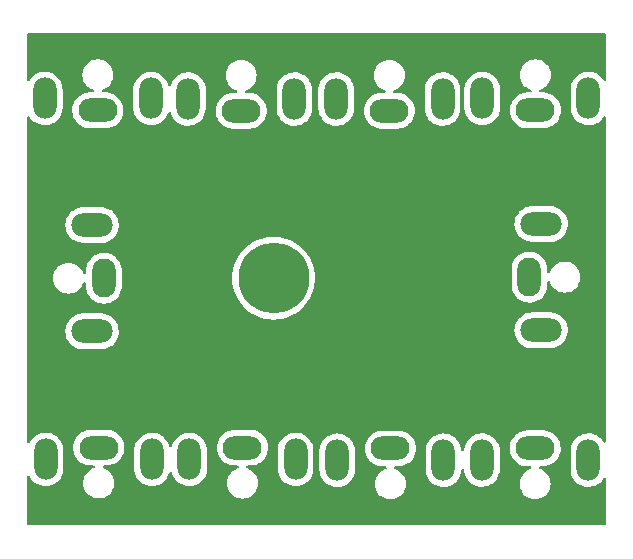
<source format=gbr>
%TF.GenerationSoftware,KiCad,Pcbnew,(6.0.9)*%
%TF.CreationDate,2023-02-05T01:33:25+02:00*%
%TF.ProjectId,Power for cam,506f7765-7220-4666-9f72-2063616d2e6b,rev?*%
%TF.SameCoordinates,Original*%
%TF.FileFunction,Copper,L1,Top*%
%TF.FilePolarity,Positive*%
%FSLAX46Y46*%
G04 Gerber Fmt 4.6, Leading zero omitted, Abs format (unit mm)*
G04 Created by KiCad (PCBNEW (6.0.9)) date 2023-02-05 01:33:25*
%MOMM*%
%LPD*%
G01*
G04 APERTURE LIST*
%TA.AperFunction,ComponentPad*%
%ADD10R,4.000000X2.000000*%
%TD*%
%TA.AperFunction,ComponentPad*%
%ADD11O,3.300000X2.000000*%
%TD*%
%TA.AperFunction,ComponentPad*%
%ADD12O,2.000000X3.500000*%
%TD*%
%TA.AperFunction,ComponentPad*%
%ADD13R,2.000000X4.000000*%
%TD*%
%TA.AperFunction,ComponentPad*%
%ADD14O,2.000000X3.300000*%
%TD*%
%TA.AperFunction,ComponentPad*%
%ADD15O,3.500000X2.000000*%
%TD*%
%TA.AperFunction,ComponentPad*%
%ADD16C,6.000000*%
%TD*%
%TA.AperFunction,ComponentPad*%
%ADD17R,6.000000X6.000000*%
%TD*%
G04 APERTURE END LIST*
D10*
%TO.P,J9,1*%
%TO.N,/+*%
X133457200Y-75637000D03*
D11*
%TO.P,J9,2*%
%TO.N,/-*%
X133457200Y-69637000D03*
D12*
%TO.P,J9,MP*%
%TO.N,N/C*%
X128957200Y-68637000D03*
X137957200Y-68637000D03*
%TD*%
D10*
%TO.P,J5,1*%
%TO.N,/+*%
X170495800Y-75637000D03*
D11*
%TO.P,J5,2*%
%TO.N,/-*%
X170495800Y-69637000D03*
D12*
%TO.P,J5,MP*%
%TO.N,N/C*%
X165995800Y-68637000D03*
X174995800Y-68637000D03*
%TD*%
D13*
%TO.P,J5,1*%
%TO.N,/+*%
X163995800Y-83756800D03*
D14*
%TO.P,J5,2*%
%TO.N,/-*%
X169995800Y-83756800D03*
D15*
%TO.P,J5,MP*%
%TO.N,N/C*%
X170995800Y-79256800D03*
X170995800Y-88256800D03*
%TD*%
D16*
%TO.P,J1,N,NEG*%
%TO.N,/-*%
X148336000Y-83845400D03*
D17*
%TO.P,J1,P,POS*%
%TO.N,/+*%
X155536000Y-83845400D03*
%TD*%
D10*
%TO.P,J8,1*%
%TO.N,/+*%
X145700000Y-92200000D03*
D11*
%TO.P,J8,2*%
%TO.N,/-*%
X145700000Y-98200000D03*
D12*
%TO.P,J8,MP*%
%TO.N,N/C*%
X141200000Y-99200000D03*
X150200000Y-99200000D03*
%TD*%
D10*
%TO.P,J6,1*%
%TO.N,/+*%
X170484800Y-92252800D03*
D11*
%TO.P,J6,2*%
%TO.N,/-*%
X170484800Y-98252800D03*
D12*
%TO.P,J6,MP*%
%TO.N,N/C*%
X165984800Y-99252800D03*
X174984800Y-99252800D03*
%TD*%
D10*
%TO.P,J2,1*%
%TO.N,/+*%
X145592800Y-75680200D03*
D11*
%TO.P,J2,2*%
%TO.N,/-*%
X145592800Y-69680200D03*
D12*
%TO.P,J2,MP*%
%TO.N,N/C*%
X141092800Y-68680200D03*
X150092800Y-68680200D03*
%TD*%
D13*
%TO.P,J10,1*%
%TO.N,/+*%
X139967600Y-83845400D03*
D14*
%TO.P,J10,2*%
%TO.N,/-*%
X133967600Y-83845400D03*
D15*
%TO.P,J10,MP*%
%TO.N,N/C*%
X132967600Y-79345400D03*
X132967600Y-88345400D03*
%TD*%
D10*
%TO.P,J7,1*%
%TO.N,/+*%
X158140400Y-75680200D03*
D11*
%TO.P,J7,2*%
%TO.N,/-*%
X158140400Y-69680200D03*
D12*
%TO.P,J7,MP*%
%TO.N,N/C*%
X153640400Y-68680200D03*
X162640400Y-68680200D03*
%TD*%
D10*
%TO.P,J4,1*%
%TO.N,/+*%
X158222200Y-92262600D03*
D11*
%TO.P,J4,2*%
%TO.N,/-*%
X158222200Y-98262600D03*
D12*
%TO.P,J4,MP*%
%TO.N,N/C*%
X162722200Y-99262600D03*
X153722200Y-99262600D03*
%TD*%
D10*
%TO.P,J3,1*%
%TO.N,/+*%
X133530000Y-92190000D03*
D11*
%TO.P,J3,2*%
%TO.N,/-*%
X133530000Y-98190000D03*
D12*
%TO.P,J3,MP*%
%TO.N,N/C*%
X138030000Y-99190000D03*
X129030000Y-99190000D03*
%TD*%
%TA.AperFunction,Conductor*%
%TO.N,/+*%
G36*
X176442121Y-63150002D02*
G01*
X176488614Y-63203658D01*
X176500000Y-63256000D01*
X176500000Y-67008166D01*
X176479998Y-67076287D01*
X176426342Y-67122780D01*
X176356068Y-67132884D01*
X176291488Y-67103390D01*
X176267380Y-67075309D01*
X176210328Y-66984712D01*
X176210326Y-66984709D01*
X176207633Y-66980433D01*
X176139197Y-66902807D01*
X176050450Y-66802142D01*
X176050447Y-66802139D01*
X176047102Y-66798345D01*
X176043193Y-66795134D01*
X175863428Y-66647474D01*
X175863425Y-66647472D01*
X175859522Y-66644266D01*
X175649722Y-66522159D01*
X175515525Y-66470646D01*
X175427822Y-66436980D01*
X175427818Y-66436979D01*
X175423098Y-66435167D01*
X175418148Y-66434133D01*
X175418145Y-66434132D01*
X175190431Y-66386560D01*
X175190427Y-66386560D01*
X175185480Y-66385526D01*
X174942983Y-66374514D01*
X174937963Y-66375095D01*
X174937959Y-66375095D01*
X174706871Y-66401833D01*
X174706867Y-66401834D01*
X174701844Y-66402415D01*
X174696980Y-66403791D01*
X174696977Y-66403792D01*
X174608862Y-66428726D01*
X174468268Y-66468510D01*
X174463692Y-66470644D01*
X174463686Y-66470646D01*
X174252846Y-66568962D01*
X174252842Y-66568964D01*
X174248264Y-66571099D01*
X174047493Y-66707544D01*
X173871119Y-66874332D01*
X173868041Y-66878358D01*
X173868040Y-66878359D01*
X173726753Y-67063154D01*
X173726750Y-67063158D01*
X173723680Y-67067174D01*
X173721290Y-67071632D01*
X173721289Y-67071633D01*
X173693864Y-67122780D01*
X173608969Y-67281109D01*
X173529938Y-67510631D01*
X173512778Y-67609978D01*
X173500252Y-67682501D01*
X173488621Y-67749836D01*
X173487300Y-67778925D01*
X173487300Y-69448001D01*
X173487502Y-69450509D01*
X173487502Y-69450514D01*
X173498664Y-69589237D01*
X173501860Y-69628965D01*
X173503066Y-69633873D01*
X173503066Y-69633876D01*
X173526176Y-69727963D01*
X173559763Y-69864706D01*
X173561738Y-69869358D01*
X173561739Y-69869362D01*
X173587884Y-69930956D01*
X173654612Y-70088156D01*
X173684963Y-70136352D01*
X173756548Y-70250026D01*
X173783967Y-70293567D01*
X173787312Y-70297361D01*
X173941150Y-70471858D01*
X173941153Y-70471861D01*
X173944498Y-70475655D01*
X173948406Y-70478865D01*
X173948407Y-70478866D01*
X174125486Y-70624319D01*
X174132078Y-70629734D01*
X174136446Y-70632276D01*
X174332016Y-70746101D01*
X174341878Y-70751841D01*
X174346601Y-70753654D01*
X174563778Y-70837020D01*
X174563782Y-70837021D01*
X174568502Y-70838833D01*
X174573452Y-70839867D01*
X174573455Y-70839868D01*
X174801169Y-70887440D01*
X174801173Y-70887440D01*
X174806120Y-70888474D01*
X175048617Y-70899486D01*
X175053637Y-70898905D01*
X175053641Y-70898905D01*
X175284729Y-70872167D01*
X175284733Y-70872166D01*
X175289756Y-70871585D01*
X175294620Y-70870209D01*
X175294623Y-70870208D01*
X175518469Y-70806866D01*
X175518468Y-70806866D01*
X175523332Y-70805490D01*
X175527908Y-70803356D01*
X175527914Y-70803354D01*
X175738754Y-70705038D01*
X175738758Y-70705036D01*
X175743336Y-70702901D01*
X175770570Y-70684393D01*
X175850997Y-70629734D01*
X175944107Y-70566456D01*
X176120481Y-70399668D01*
X176167255Y-70338490D01*
X176264846Y-70210847D01*
X176264848Y-70210845D01*
X176267920Y-70206826D01*
X176268785Y-70205212D01*
X176321805Y-70159389D01*
X176392092Y-70149376D01*
X176456635Y-70178952D01*
X176494942Y-70238727D01*
X176500000Y-70274070D01*
X176500000Y-97641434D01*
X176479998Y-97709555D01*
X176426342Y-97756048D01*
X176356068Y-97766152D01*
X176291488Y-97736658D01*
X176267380Y-97708577D01*
X176248726Y-97678954D01*
X176218007Y-97630174D01*
X176199328Y-97600512D01*
X176199326Y-97600509D01*
X176196633Y-97596233D01*
X176148565Y-97541710D01*
X176039450Y-97417942D01*
X176039447Y-97417939D01*
X176036102Y-97414145D01*
X176012760Y-97394972D01*
X175852428Y-97263274D01*
X175852425Y-97263272D01*
X175848522Y-97260066D01*
X175659928Y-97150301D01*
X175643090Y-97140501D01*
X175643088Y-97140500D01*
X175638722Y-97137959D01*
X175530055Y-97096246D01*
X175416822Y-97052780D01*
X175416818Y-97052779D01*
X175412098Y-97050967D01*
X175407148Y-97049933D01*
X175407145Y-97049932D01*
X175179431Y-97002360D01*
X175179427Y-97002360D01*
X175174480Y-97001326D01*
X174931983Y-96990314D01*
X174926963Y-96990895D01*
X174926959Y-96990895D01*
X174695871Y-97017633D01*
X174695867Y-97017634D01*
X174690844Y-97018215D01*
X174685980Y-97019591D01*
X174685977Y-97019592D01*
X174585331Y-97048072D01*
X174457268Y-97084310D01*
X174452692Y-97086444D01*
X174452686Y-97086446D01*
X174241846Y-97184762D01*
X174241842Y-97184764D01*
X174237264Y-97186899D01*
X174233083Y-97189740D01*
X174233082Y-97189741D01*
X174207295Y-97207266D01*
X174036493Y-97323344D01*
X173860119Y-97490132D01*
X173857041Y-97494158D01*
X173857040Y-97494159D01*
X173715753Y-97678954D01*
X173715750Y-97678958D01*
X173712680Y-97682974D01*
X173597969Y-97896909D01*
X173518938Y-98126431D01*
X173516208Y-98142237D01*
X173481717Y-98341925D01*
X173477621Y-98365636D01*
X173477441Y-98369597D01*
X173477441Y-98369598D01*
X173476446Y-98391518D01*
X173476300Y-98394725D01*
X173476300Y-100063801D01*
X173476502Y-100066309D01*
X173476502Y-100066314D01*
X173486760Y-100193802D01*
X173490860Y-100244765D01*
X173492066Y-100249673D01*
X173492066Y-100249676D01*
X173527456Y-100393758D01*
X173548763Y-100480506D01*
X173550738Y-100485158D01*
X173550739Y-100485162D01*
X173587488Y-100571737D01*
X173643612Y-100703956D01*
X173676428Y-100756067D01*
X173709369Y-100808375D01*
X173772967Y-100909367D01*
X173781607Y-100919167D01*
X173930150Y-101087658D01*
X173930153Y-101087661D01*
X173933498Y-101091455D01*
X173937406Y-101094665D01*
X173937407Y-101094666D01*
X174065644Y-101200000D01*
X174121078Y-101245534D01*
X174330878Y-101367641D01*
X174335601Y-101369454D01*
X174552778Y-101452820D01*
X174552782Y-101452821D01*
X174557502Y-101454633D01*
X174562452Y-101455667D01*
X174562455Y-101455668D01*
X174790169Y-101503240D01*
X174790173Y-101503240D01*
X174795120Y-101504274D01*
X175037617Y-101515286D01*
X175042637Y-101514705D01*
X175042641Y-101514705D01*
X175273729Y-101487967D01*
X175273733Y-101487966D01*
X175278756Y-101487385D01*
X175283620Y-101486009D01*
X175283623Y-101486008D01*
X175498631Y-101425167D01*
X175512332Y-101421290D01*
X175516908Y-101419156D01*
X175516914Y-101419154D01*
X175727754Y-101320838D01*
X175727758Y-101320836D01*
X175732336Y-101318701D01*
X175750063Y-101306654D01*
X175821598Y-101258038D01*
X175933107Y-101182256D01*
X176109481Y-101015468D01*
X176138592Y-100977393D01*
X176253847Y-100826646D01*
X176253850Y-100826642D01*
X176256920Y-100822626D01*
X176262957Y-100811367D01*
X176312775Y-100760785D01*
X176382032Y-100745166D01*
X176448739Y-100769470D01*
X176491717Y-100825980D01*
X176500000Y-100870910D01*
X176500000Y-104624000D01*
X176479998Y-104692121D01*
X176426342Y-104738614D01*
X176374000Y-104750000D01*
X127576000Y-104750000D01*
X127507879Y-104729998D01*
X127461386Y-104676342D01*
X127450000Y-104624000D01*
X127450000Y-100696455D01*
X127470002Y-100628334D01*
X127523658Y-100581841D01*
X127593932Y-100571737D01*
X127658512Y-100601231D01*
X127687326Y-100637656D01*
X127688812Y-100641156D01*
X127697807Y-100655440D01*
X127805203Y-100825980D01*
X127818167Y-100846567D01*
X127821512Y-100850361D01*
X127975350Y-101024858D01*
X127975353Y-101024861D01*
X127978698Y-101028655D01*
X127982606Y-101031865D01*
X127982607Y-101031866D01*
X128161462Y-101178778D01*
X128166278Y-101182734D01*
X128188169Y-101195475D01*
X128309173Y-101265901D01*
X128376078Y-101304841D01*
X128380801Y-101306654D01*
X128597978Y-101390020D01*
X128597982Y-101390021D01*
X128602702Y-101391833D01*
X128607652Y-101392867D01*
X128607655Y-101392868D01*
X128835369Y-101440440D01*
X128835373Y-101440440D01*
X128840320Y-101441474D01*
X129082817Y-101452486D01*
X129087837Y-101451905D01*
X129087841Y-101451905D01*
X129318929Y-101425167D01*
X129318933Y-101425166D01*
X129323956Y-101424585D01*
X129328820Y-101423209D01*
X129328823Y-101423208D01*
X129490560Y-101377441D01*
X129557532Y-101358490D01*
X129562108Y-101356356D01*
X129562114Y-101356354D01*
X129772954Y-101258038D01*
X129772958Y-101258036D01*
X129777536Y-101255901D01*
X129792791Y-101245534D01*
X129871480Y-101192056D01*
X129978307Y-101119456D01*
X130154681Y-100952668D01*
X130177394Y-100922961D01*
X130299047Y-100763846D01*
X130299050Y-100763842D01*
X130302120Y-100759826D01*
X130324526Y-100718040D01*
X130414439Y-100550352D01*
X130416831Y-100545891D01*
X130495862Y-100316369D01*
X130519077Y-100181965D01*
X130536504Y-100081074D01*
X130536505Y-100081068D01*
X130537179Y-100077164D01*
X130537952Y-100060151D01*
X130538436Y-100049494D01*
X130538436Y-100049475D01*
X130538500Y-100048075D01*
X130538500Y-98378999D01*
X130538298Y-98376486D01*
X130527543Y-98242817D01*
X131367514Y-98242817D01*
X131368095Y-98247837D01*
X131368095Y-98247841D01*
X131393494Y-98467352D01*
X131395415Y-98483956D01*
X131396791Y-98488820D01*
X131396792Y-98488823D01*
X131434575Y-98622345D01*
X131461510Y-98717532D01*
X131463644Y-98722108D01*
X131463646Y-98722114D01*
X131561962Y-98932954D01*
X131564099Y-98937536D01*
X131700544Y-99138307D01*
X131867332Y-99314681D01*
X131871358Y-99317759D01*
X131871359Y-99317760D01*
X132056154Y-99459047D01*
X132056158Y-99459050D01*
X132060174Y-99462120D01*
X132064632Y-99464510D01*
X132064633Y-99464511D01*
X132083283Y-99474511D01*
X132274109Y-99576831D01*
X132503631Y-99655862D01*
X132566517Y-99666724D01*
X132738926Y-99696504D01*
X132738932Y-99696505D01*
X132742836Y-99697179D01*
X132746797Y-99697359D01*
X132746798Y-99697359D01*
X132770506Y-99698436D01*
X132770525Y-99698436D01*
X132771925Y-99698500D01*
X133083634Y-99698500D01*
X133151755Y-99718502D01*
X133198248Y-99772158D01*
X133208352Y-99842432D01*
X133178858Y-99907012D01*
X133116245Y-99946207D01*
X133086067Y-99954293D01*
X133086065Y-99954294D01*
X133080757Y-99955716D01*
X133075776Y-99958039D01*
X133075775Y-99958039D01*
X132878238Y-100050151D01*
X132878233Y-100050154D01*
X132873251Y-100052477D01*
X132783564Y-100115277D01*
X132690211Y-100180643D01*
X132690208Y-100180645D01*
X132685700Y-100183802D01*
X132523802Y-100345700D01*
X132520645Y-100350208D01*
X132520643Y-100350211D01*
X132473383Y-100417706D01*
X132392477Y-100533251D01*
X132390154Y-100538233D01*
X132390151Y-100538238D01*
X132312876Y-100703956D01*
X132295716Y-100740757D01*
X132294294Y-100746065D01*
X132294293Y-100746067D01*
X132263668Y-100860361D01*
X132236457Y-100961913D01*
X132216502Y-101190000D01*
X132236457Y-101418087D01*
X132237881Y-101423400D01*
X132237881Y-101423402D01*
X132265128Y-101525086D01*
X132295716Y-101639243D01*
X132298039Y-101644224D01*
X132298039Y-101644225D01*
X132390151Y-101841762D01*
X132390154Y-101841767D01*
X132392477Y-101846749D01*
X132523802Y-102034300D01*
X132685700Y-102196198D01*
X132690208Y-102199355D01*
X132690211Y-102199357D01*
X132699981Y-102206198D01*
X132873251Y-102327523D01*
X132878233Y-102329846D01*
X132878238Y-102329849D01*
X133028943Y-102400123D01*
X133080757Y-102424284D01*
X133086065Y-102425706D01*
X133086067Y-102425707D01*
X133296598Y-102482119D01*
X133296600Y-102482119D01*
X133301913Y-102483543D01*
X133399938Y-102492119D01*
X133470149Y-102498262D01*
X133470156Y-102498262D01*
X133472873Y-102498500D01*
X133587127Y-102498500D01*
X133589844Y-102498262D01*
X133589851Y-102498262D01*
X133660062Y-102492119D01*
X133758087Y-102483543D01*
X133763400Y-102482119D01*
X133763402Y-102482119D01*
X133973933Y-102425707D01*
X133973935Y-102425706D01*
X133979243Y-102424284D01*
X134031057Y-102400123D01*
X134181762Y-102329849D01*
X134181767Y-102329846D01*
X134186749Y-102327523D01*
X134360019Y-102206198D01*
X134369789Y-102199357D01*
X134369792Y-102199355D01*
X134374300Y-102196198D01*
X134536198Y-102034300D01*
X134667523Y-101846749D01*
X134669846Y-101841767D01*
X134669849Y-101841762D01*
X134761961Y-101644225D01*
X134761961Y-101644224D01*
X134764284Y-101639243D01*
X134794873Y-101525086D01*
X134822119Y-101423402D01*
X134822119Y-101423400D01*
X134823543Y-101418087D01*
X134843498Y-101190000D01*
X134823543Y-100961913D01*
X134796332Y-100860361D01*
X134765707Y-100746067D01*
X134765706Y-100746065D01*
X134764284Y-100740757D01*
X134747124Y-100703956D01*
X134669849Y-100538238D01*
X134669846Y-100538233D01*
X134667523Y-100533251D01*
X134586617Y-100417706D01*
X134539357Y-100350211D01*
X134539355Y-100350208D01*
X134536198Y-100345700D01*
X134374300Y-100183802D01*
X134369792Y-100180645D01*
X134369789Y-100180643D01*
X134276436Y-100115277D01*
X134186749Y-100052477D01*
X134181767Y-100050154D01*
X134181762Y-100050151D01*
X134076358Y-100001001D01*
X136521500Y-100001001D01*
X136521702Y-100003509D01*
X136521702Y-100003514D01*
X136533784Y-100153674D01*
X136536060Y-100181965D01*
X136537266Y-100186873D01*
X136537266Y-100186876D01*
X136570813Y-100323455D01*
X136593963Y-100417706D01*
X136595938Y-100422358D01*
X136595939Y-100422362D01*
X136600184Y-100432362D01*
X136688812Y-100641156D01*
X136697807Y-100655440D01*
X136805203Y-100825980D01*
X136818167Y-100846567D01*
X136821512Y-100850361D01*
X136975350Y-101024858D01*
X136975353Y-101024861D01*
X136978698Y-101028655D01*
X136982606Y-101031865D01*
X136982607Y-101031866D01*
X137161462Y-101178778D01*
X137166278Y-101182734D01*
X137188169Y-101195475D01*
X137309173Y-101265901D01*
X137376078Y-101304841D01*
X137380801Y-101306654D01*
X137597978Y-101390020D01*
X137597982Y-101390021D01*
X137602702Y-101391833D01*
X137607652Y-101392867D01*
X137607655Y-101392868D01*
X137835369Y-101440440D01*
X137835373Y-101440440D01*
X137840320Y-101441474D01*
X138082817Y-101452486D01*
X138087837Y-101451905D01*
X138087841Y-101451905D01*
X138318929Y-101425167D01*
X138318933Y-101425166D01*
X138323956Y-101424585D01*
X138328820Y-101423209D01*
X138328823Y-101423208D01*
X138490560Y-101377441D01*
X138557532Y-101358490D01*
X138562108Y-101356356D01*
X138562114Y-101356354D01*
X138772954Y-101258038D01*
X138772958Y-101258036D01*
X138777536Y-101255901D01*
X138792791Y-101245534D01*
X138871480Y-101192056D01*
X138978307Y-101119456D01*
X139154681Y-100952668D01*
X139177394Y-100922961D01*
X139299047Y-100763846D01*
X139299050Y-100763842D01*
X139302120Y-100759826D01*
X139324526Y-100718040D01*
X139414439Y-100550352D01*
X139416831Y-100545891D01*
X139495862Y-100316369D01*
X139497143Y-100316810D01*
X139530273Y-100261162D01*
X139593808Y-100229478D01*
X139664386Y-100237172D01*
X139719600Y-100281803D01*
X139738356Y-100323454D01*
X139743821Y-100345700D01*
X139762755Y-100422790D01*
X139762756Y-100422792D01*
X139763963Y-100427706D01*
X139765938Y-100432358D01*
X139765939Y-100432362D01*
X139806851Y-100528743D01*
X139858812Y-100651156D01*
X139889129Y-100699298D01*
X139981870Y-100846567D01*
X139988167Y-100856567D01*
X139991512Y-100860361D01*
X140145350Y-101034858D01*
X140145353Y-101034861D01*
X140148698Y-101038655D01*
X140152606Y-101041865D01*
X140152607Y-101041866D01*
X140326987Y-101185102D01*
X140336278Y-101192734D01*
X140358169Y-101205475D01*
X140524529Y-101302299D01*
X140546078Y-101314841D01*
X140550801Y-101316654D01*
X140767978Y-101400020D01*
X140767982Y-101400021D01*
X140772702Y-101401833D01*
X140777652Y-101402867D01*
X140777655Y-101402868D01*
X141005369Y-101450440D01*
X141005373Y-101450440D01*
X141010320Y-101451474D01*
X141252817Y-101462486D01*
X141257837Y-101461905D01*
X141257841Y-101461905D01*
X141488929Y-101435167D01*
X141488933Y-101435166D01*
X141493956Y-101434585D01*
X141498820Y-101433209D01*
X141498823Y-101433208D01*
X141660266Y-101387524D01*
X141727532Y-101368490D01*
X141732108Y-101366356D01*
X141732114Y-101366354D01*
X141942954Y-101268038D01*
X141942958Y-101268036D01*
X141947536Y-101265901D01*
X141960450Y-101257125D01*
X142036449Y-101205475D01*
X142148307Y-101129456D01*
X142324681Y-100962668D01*
X142332327Y-100952668D01*
X142469047Y-100773846D01*
X142469050Y-100773842D01*
X142472120Y-100769826D01*
X142475327Y-100763846D01*
X142584439Y-100560352D01*
X142586831Y-100555891D01*
X142665862Y-100326369D01*
X142689077Y-100191965D01*
X142706504Y-100091074D01*
X142706505Y-100091068D01*
X142707179Y-100087164D01*
X142707813Y-100073202D01*
X142708436Y-100059494D01*
X142708436Y-100059475D01*
X142708500Y-100058075D01*
X142708500Y-98388999D01*
X142707728Y-98379398D01*
X142697543Y-98252817D01*
X143537514Y-98252817D01*
X143538095Y-98257837D01*
X143538095Y-98257841D01*
X143562337Y-98467352D01*
X143565415Y-98493956D01*
X143566791Y-98498820D01*
X143566792Y-98498823D01*
X143612476Y-98660266D01*
X143631510Y-98727532D01*
X143633644Y-98732108D01*
X143633646Y-98732114D01*
X143727299Y-98932954D01*
X143734099Y-98947536D01*
X143870544Y-99148307D01*
X144037332Y-99324681D01*
X144041358Y-99327759D01*
X144041359Y-99327760D01*
X144226154Y-99469047D01*
X144226158Y-99469050D01*
X144230174Y-99472120D01*
X144234632Y-99474510D01*
X144234633Y-99474511D01*
X144340335Y-99531188D01*
X144444109Y-99586831D01*
X144673631Y-99665862D01*
X144771312Y-99682734D01*
X144908926Y-99706504D01*
X144908932Y-99706505D01*
X144912836Y-99707179D01*
X144916797Y-99707359D01*
X144916798Y-99707359D01*
X144940506Y-99708436D01*
X144940525Y-99708436D01*
X144941925Y-99708500D01*
X145253634Y-99708500D01*
X145321755Y-99728502D01*
X145368248Y-99782158D01*
X145378352Y-99852432D01*
X145348858Y-99917012D01*
X145286245Y-99956207D01*
X145256067Y-99964293D01*
X145256065Y-99964294D01*
X145250757Y-99965716D01*
X145245776Y-99968039D01*
X145245775Y-99968039D01*
X145048238Y-100060151D01*
X145048233Y-100060154D01*
X145043251Y-100062477D01*
X144962155Y-100119261D01*
X144860211Y-100190643D01*
X144860208Y-100190645D01*
X144855700Y-100193802D01*
X144693802Y-100355700D01*
X144690645Y-100360208D01*
X144690643Y-100360211D01*
X144646810Y-100422811D01*
X144562477Y-100543251D01*
X144560154Y-100548233D01*
X144560151Y-100548238D01*
X144485542Y-100708240D01*
X144465716Y-100750757D01*
X144464294Y-100756065D01*
X144464293Y-100756067D01*
X144408934Y-100962668D01*
X144406457Y-100971913D01*
X144386502Y-101200000D01*
X144406457Y-101428087D01*
X144407881Y-101433400D01*
X144407881Y-101433402D01*
X144461614Y-101633933D01*
X144465716Y-101649243D01*
X144468039Y-101654224D01*
X144468039Y-101654225D01*
X144560151Y-101851762D01*
X144560154Y-101851767D01*
X144562477Y-101856749D01*
X144565634Y-101861257D01*
X144689529Y-102038197D01*
X144693802Y-102044300D01*
X144855700Y-102206198D01*
X144860208Y-102209355D01*
X144860211Y-102209357D01*
X144938389Y-102264098D01*
X145043251Y-102337523D01*
X145048233Y-102339846D01*
X145048238Y-102339849D01*
X145232363Y-102425707D01*
X145250757Y-102434284D01*
X145256065Y-102435706D01*
X145256067Y-102435707D01*
X145466598Y-102492119D01*
X145466600Y-102492119D01*
X145471913Y-102493543D01*
X145571480Y-102502254D01*
X145640149Y-102508262D01*
X145640156Y-102508262D01*
X145642873Y-102508500D01*
X145757127Y-102508500D01*
X145759844Y-102508262D01*
X145759851Y-102508262D01*
X145828520Y-102502254D01*
X145928087Y-102493543D01*
X145933400Y-102492119D01*
X145933402Y-102492119D01*
X146143933Y-102435707D01*
X146143935Y-102435706D01*
X146149243Y-102434284D01*
X146167637Y-102425707D01*
X146351762Y-102339849D01*
X146351767Y-102339846D01*
X146356749Y-102337523D01*
X146461611Y-102264098D01*
X146539789Y-102209357D01*
X146539792Y-102209355D01*
X146544300Y-102206198D01*
X146706198Y-102044300D01*
X146710472Y-102038197D01*
X146834366Y-101861257D01*
X146837523Y-101856749D01*
X146839846Y-101851767D01*
X146839849Y-101851762D01*
X146931961Y-101654225D01*
X146931961Y-101654224D01*
X146934284Y-101649243D01*
X146938387Y-101633933D01*
X146992119Y-101433402D01*
X146992119Y-101433400D01*
X146993543Y-101428087D01*
X147013498Y-101200000D01*
X146993543Y-100971913D01*
X146991066Y-100962668D01*
X146935707Y-100756067D01*
X146935706Y-100756065D01*
X146934284Y-100750757D01*
X146914458Y-100708240D01*
X146839849Y-100548238D01*
X146839846Y-100548233D01*
X146837523Y-100543251D01*
X146753190Y-100422811D01*
X146709357Y-100360211D01*
X146709355Y-100360208D01*
X146706198Y-100355700D01*
X146544300Y-100193802D01*
X146539792Y-100190645D01*
X146539789Y-100190643D01*
X146437845Y-100119261D01*
X146356749Y-100062477D01*
X146351767Y-100060154D01*
X146351762Y-100060151D01*
X146246358Y-100011001D01*
X148691500Y-100011001D01*
X148691702Y-100013509D01*
X148691702Y-100013514D01*
X148705651Y-100186876D01*
X148706060Y-100191965D01*
X148707266Y-100196873D01*
X148707266Y-100196876D01*
X148761507Y-100417706D01*
X148763963Y-100427706D01*
X148765938Y-100432358D01*
X148765939Y-100432362D01*
X148806851Y-100528743D01*
X148858812Y-100651156D01*
X148889129Y-100699298D01*
X148981870Y-100846567D01*
X148988167Y-100856567D01*
X148991512Y-100860361D01*
X149145350Y-101034858D01*
X149145353Y-101034861D01*
X149148698Y-101038655D01*
X149152606Y-101041865D01*
X149152607Y-101041866D01*
X149326987Y-101185102D01*
X149336278Y-101192734D01*
X149358169Y-101205475D01*
X149524529Y-101302299D01*
X149546078Y-101314841D01*
X149550801Y-101316654D01*
X149767978Y-101400020D01*
X149767982Y-101400021D01*
X149772702Y-101401833D01*
X149777652Y-101402867D01*
X149777655Y-101402868D01*
X150005369Y-101450440D01*
X150005373Y-101450440D01*
X150010320Y-101451474D01*
X150252817Y-101462486D01*
X150257837Y-101461905D01*
X150257841Y-101461905D01*
X150488929Y-101435167D01*
X150488933Y-101435166D01*
X150493956Y-101434585D01*
X150498820Y-101433209D01*
X150498823Y-101433208D01*
X150660266Y-101387524D01*
X150727532Y-101368490D01*
X150732108Y-101366356D01*
X150732114Y-101366354D01*
X150942954Y-101268038D01*
X150942958Y-101268036D01*
X150947536Y-101265901D01*
X150960450Y-101257125D01*
X151036449Y-101205475D01*
X151148307Y-101129456D01*
X151324681Y-100962668D01*
X151332327Y-100952668D01*
X151469047Y-100773846D01*
X151469050Y-100773842D01*
X151472120Y-100769826D01*
X151475327Y-100763846D01*
X151584439Y-100560352D01*
X151586831Y-100555891D01*
X151665862Y-100326369D01*
X151689077Y-100191965D01*
X151706504Y-100091074D01*
X151706505Y-100091068D01*
X151707179Y-100087164D01*
X151707795Y-100073601D01*
X152213700Y-100073601D01*
X152213902Y-100076109D01*
X152213902Y-100076114D01*
X152227472Y-100244765D01*
X152228260Y-100254565D01*
X152229466Y-100259473D01*
X152229466Y-100259476D01*
X152269580Y-100422790D01*
X152286163Y-100490306D01*
X152288138Y-100494958D01*
X152288139Y-100494962D01*
X152337326Y-100610838D01*
X152381012Y-100713756D01*
X152404313Y-100750757D01*
X152506585Y-100913161D01*
X152510367Y-100919167D01*
X152513712Y-100922961D01*
X152667550Y-101097458D01*
X152667553Y-101097461D01*
X152670898Y-101101255D01*
X152674806Y-101104465D01*
X152674807Y-101104466D01*
X152849642Y-101248076D01*
X152858478Y-101255334D01*
X152871751Y-101263059D01*
X153052899Y-101368490D01*
X153068278Y-101377441D01*
X153073001Y-101379254D01*
X153290178Y-101462620D01*
X153290182Y-101462621D01*
X153294902Y-101464433D01*
X153299852Y-101465467D01*
X153299855Y-101465468D01*
X153527569Y-101513040D01*
X153527573Y-101513040D01*
X153532520Y-101514074D01*
X153775017Y-101525086D01*
X153780037Y-101524505D01*
X153780041Y-101524505D01*
X154011129Y-101497767D01*
X154011133Y-101497766D01*
X154016156Y-101497185D01*
X154021020Y-101495809D01*
X154021023Y-101495808D01*
X154212226Y-101441703D01*
X154249732Y-101431090D01*
X154254308Y-101428956D01*
X154254314Y-101428954D01*
X154465154Y-101330638D01*
X154465158Y-101330636D01*
X154469736Y-101328501D01*
X154670507Y-101192056D01*
X154846881Y-101025268D01*
X154892082Y-100966148D01*
X154991247Y-100836446D01*
X154991250Y-100836442D01*
X154994320Y-100832426D01*
X155001964Y-100818171D01*
X155106639Y-100622952D01*
X155109031Y-100618491D01*
X155188062Y-100388969D01*
X155211277Y-100254565D01*
X155228704Y-100153674D01*
X155228705Y-100153668D01*
X155229379Y-100149764D01*
X155229559Y-100145802D01*
X155230636Y-100122094D01*
X155230636Y-100122075D01*
X155230700Y-100120675D01*
X155230700Y-98451599D01*
X155230114Y-98444318D01*
X155219743Y-98315417D01*
X156059714Y-98315417D01*
X156060295Y-98320437D01*
X156060295Y-98320441D01*
X156081042Y-98499745D01*
X156087615Y-98556556D01*
X156088991Y-98561420D01*
X156088992Y-98561423D01*
X156131790Y-98712669D01*
X156153710Y-98790132D01*
X156155844Y-98794708D01*
X156155846Y-98794714D01*
X156251729Y-99000336D01*
X156256299Y-99010136D01*
X156392744Y-99210907D01*
X156559532Y-99387281D01*
X156563558Y-99390359D01*
X156563559Y-99390360D01*
X156748354Y-99531647D01*
X156748358Y-99531650D01*
X156752374Y-99534720D01*
X156756832Y-99537110D01*
X156756833Y-99537111D01*
X156862908Y-99593988D01*
X156966309Y-99649431D01*
X157195831Y-99728462D01*
X157294669Y-99745534D01*
X157431126Y-99769104D01*
X157431132Y-99769105D01*
X157435036Y-99769779D01*
X157438997Y-99769959D01*
X157438998Y-99769959D01*
X157462706Y-99771036D01*
X157462725Y-99771036D01*
X157464125Y-99771100D01*
X157775834Y-99771100D01*
X157843955Y-99791102D01*
X157890448Y-99844758D01*
X157900552Y-99915032D01*
X157871058Y-99979612D01*
X157808445Y-100018807D01*
X157778267Y-100026893D01*
X157778265Y-100026894D01*
X157772957Y-100028316D01*
X157767976Y-100030639D01*
X157767975Y-100030639D01*
X157570438Y-100122751D01*
X157570433Y-100122754D01*
X157565451Y-100125077D01*
X157491406Y-100176924D01*
X157382411Y-100253243D01*
X157382408Y-100253245D01*
X157377900Y-100256402D01*
X157216002Y-100418300D01*
X157212845Y-100422808D01*
X157212843Y-100422811D01*
X157165583Y-100490306D01*
X157084677Y-100605851D01*
X157082354Y-100610833D01*
X157082351Y-100610838D01*
X157006340Y-100773846D01*
X156987916Y-100813357D01*
X156986494Y-100818665D01*
X156986493Y-100818667D01*
X156930202Y-101028748D01*
X156928657Y-101034513D01*
X156908702Y-101262600D01*
X156928657Y-101490687D01*
X156930081Y-101496000D01*
X156930081Y-101496002D01*
X156937813Y-101524856D01*
X156987916Y-101711843D01*
X156990239Y-101716824D01*
X156990239Y-101716825D01*
X157082351Y-101914362D01*
X157082354Y-101914367D01*
X157084677Y-101919349D01*
X157087834Y-101923857D01*
X157211869Y-102100997D01*
X157216002Y-102106900D01*
X157377900Y-102268798D01*
X157382408Y-102271955D01*
X157382411Y-102271957D01*
X157457259Y-102324366D01*
X157565451Y-102400123D01*
X157570433Y-102402446D01*
X157570438Y-102402449D01*
X157754992Y-102488507D01*
X157772957Y-102496884D01*
X157778265Y-102498306D01*
X157778267Y-102498307D01*
X157988798Y-102554719D01*
X157988800Y-102554719D01*
X157994113Y-102556143D01*
X158093680Y-102564854D01*
X158162349Y-102570862D01*
X158162356Y-102570862D01*
X158165073Y-102571100D01*
X158279327Y-102571100D01*
X158282044Y-102570862D01*
X158282051Y-102570862D01*
X158350720Y-102564854D01*
X158450287Y-102556143D01*
X158455600Y-102554719D01*
X158455602Y-102554719D01*
X158666133Y-102498307D01*
X158666135Y-102498306D01*
X158671443Y-102496884D01*
X158689408Y-102488507D01*
X158873962Y-102402449D01*
X158873967Y-102402446D01*
X158878949Y-102400123D01*
X158987141Y-102324366D01*
X159061989Y-102271957D01*
X159061992Y-102271955D01*
X159066500Y-102268798D01*
X159228398Y-102106900D01*
X159232532Y-102100997D01*
X159356566Y-101923857D01*
X159359723Y-101919349D01*
X159362046Y-101914367D01*
X159362049Y-101914362D01*
X159454161Y-101716825D01*
X159454161Y-101716824D01*
X159456484Y-101711843D01*
X159506588Y-101524856D01*
X159514319Y-101496002D01*
X159514319Y-101496000D01*
X159515743Y-101490687D01*
X159535698Y-101262600D01*
X159515743Y-101034513D01*
X159514199Y-101028748D01*
X159457907Y-100818667D01*
X159457906Y-100818665D01*
X159456484Y-100813357D01*
X159438060Y-100773846D01*
X159362049Y-100610838D01*
X159362046Y-100610833D01*
X159359723Y-100605851D01*
X159278817Y-100490306D01*
X159231557Y-100422811D01*
X159231555Y-100422808D01*
X159228398Y-100418300D01*
X159066500Y-100256402D01*
X159061992Y-100253245D01*
X159061989Y-100253243D01*
X158952994Y-100176924D01*
X158878949Y-100125077D01*
X158873967Y-100122754D01*
X158873962Y-100122751D01*
X158768558Y-100073601D01*
X161213700Y-100073601D01*
X161213902Y-100076109D01*
X161213902Y-100076114D01*
X161227472Y-100244765D01*
X161228260Y-100254565D01*
X161229466Y-100259473D01*
X161229466Y-100259476D01*
X161269580Y-100422790D01*
X161286163Y-100490306D01*
X161288138Y-100494958D01*
X161288139Y-100494962D01*
X161337326Y-100610838D01*
X161381012Y-100713756D01*
X161404313Y-100750757D01*
X161506585Y-100913161D01*
X161510367Y-100919167D01*
X161513712Y-100922961D01*
X161667550Y-101097458D01*
X161667553Y-101097461D01*
X161670898Y-101101255D01*
X161674806Y-101104465D01*
X161674807Y-101104466D01*
X161849642Y-101248076D01*
X161858478Y-101255334D01*
X161871751Y-101263059D01*
X162052899Y-101368490D01*
X162068278Y-101377441D01*
X162073001Y-101379254D01*
X162290178Y-101462620D01*
X162290182Y-101462621D01*
X162294902Y-101464433D01*
X162299852Y-101465467D01*
X162299855Y-101465468D01*
X162527569Y-101513040D01*
X162527573Y-101513040D01*
X162532520Y-101514074D01*
X162775017Y-101525086D01*
X162780037Y-101524505D01*
X162780041Y-101524505D01*
X163011129Y-101497767D01*
X163011133Y-101497766D01*
X163016156Y-101497185D01*
X163021020Y-101495809D01*
X163021023Y-101495808D01*
X163212226Y-101441703D01*
X163249732Y-101431090D01*
X163254308Y-101428956D01*
X163254314Y-101428954D01*
X163465154Y-101330638D01*
X163465158Y-101330636D01*
X163469736Y-101328501D01*
X163670507Y-101192056D01*
X163846881Y-101025268D01*
X163892082Y-100966148D01*
X163991247Y-100836446D01*
X163991250Y-100836442D01*
X163994320Y-100832426D01*
X164001964Y-100818171D01*
X164106639Y-100622952D01*
X164109031Y-100618491D01*
X164188062Y-100388969D01*
X164211277Y-100254565D01*
X164228704Y-100153674D01*
X164228705Y-100153668D01*
X164229379Y-100149764D01*
X164229559Y-100145802D01*
X164230108Y-100133713D01*
X164253180Y-100066570D01*
X164308890Y-100022559D01*
X164379550Y-100015655D01*
X164442726Y-100048048D01*
X164478360Y-100109454D01*
X164481572Y-100129325D01*
X164486760Y-100193802D01*
X164490860Y-100244765D01*
X164492066Y-100249673D01*
X164492066Y-100249676D01*
X164527456Y-100393758D01*
X164548763Y-100480506D01*
X164550738Y-100485158D01*
X164550739Y-100485162D01*
X164587488Y-100571737D01*
X164643612Y-100703956D01*
X164676428Y-100756067D01*
X164709369Y-100808375D01*
X164772967Y-100909367D01*
X164781607Y-100919167D01*
X164930150Y-101087658D01*
X164930153Y-101087661D01*
X164933498Y-101091455D01*
X164937406Y-101094665D01*
X164937407Y-101094666D01*
X165065644Y-101200000D01*
X165121078Y-101245534D01*
X165330878Y-101367641D01*
X165335601Y-101369454D01*
X165552778Y-101452820D01*
X165552782Y-101452821D01*
X165557502Y-101454633D01*
X165562452Y-101455667D01*
X165562455Y-101455668D01*
X165790169Y-101503240D01*
X165790173Y-101503240D01*
X165795120Y-101504274D01*
X166037617Y-101515286D01*
X166042637Y-101514705D01*
X166042641Y-101514705D01*
X166273729Y-101487967D01*
X166273733Y-101487966D01*
X166278756Y-101487385D01*
X166283620Y-101486009D01*
X166283623Y-101486008D01*
X166498631Y-101425167D01*
X166512332Y-101421290D01*
X166516908Y-101419156D01*
X166516914Y-101419154D01*
X166727754Y-101320838D01*
X166727758Y-101320836D01*
X166732336Y-101318701D01*
X166750063Y-101306654D01*
X166821598Y-101258038D01*
X166933107Y-101182256D01*
X167109481Y-101015468D01*
X167138592Y-100977393D01*
X167253847Y-100826646D01*
X167253850Y-100826642D01*
X167256920Y-100822626D01*
X167262957Y-100811368D01*
X167356721Y-100636498D01*
X167371631Y-100608691D01*
X167450662Y-100379169D01*
X167473877Y-100244765D01*
X167491304Y-100143874D01*
X167491305Y-100143868D01*
X167491979Y-100139964D01*
X167492855Y-100120675D01*
X167493236Y-100112294D01*
X167493236Y-100112275D01*
X167493300Y-100110875D01*
X167493300Y-98441799D01*
X167492948Y-98437427D01*
X167482343Y-98305617D01*
X168322314Y-98305617D01*
X168322895Y-98310637D01*
X168322895Y-98310641D01*
X168344776Y-98499745D01*
X168350215Y-98546756D01*
X168351591Y-98551620D01*
X168351592Y-98551623D01*
X168389318Y-98684945D01*
X168416310Y-98780332D01*
X168418444Y-98784908D01*
X168418446Y-98784914D01*
X168487478Y-98932954D01*
X168518899Y-99000336D01*
X168655344Y-99201107D01*
X168822132Y-99377481D01*
X168826158Y-99380559D01*
X168826159Y-99380560D01*
X169010954Y-99521847D01*
X169010958Y-99521850D01*
X169014974Y-99524920D01*
X169019432Y-99527310D01*
X169019433Y-99527311D01*
X169114859Y-99578478D01*
X169228909Y-99639631D01*
X169458431Y-99718662D01*
X169557778Y-99735822D01*
X169693726Y-99759304D01*
X169693732Y-99759305D01*
X169697636Y-99759979D01*
X169701597Y-99760159D01*
X169701598Y-99760159D01*
X169725306Y-99761236D01*
X169725325Y-99761236D01*
X169726725Y-99761300D01*
X170038434Y-99761300D01*
X170106555Y-99781302D01*
X170153048Y-99834958D01*
X170163152Y-99905232D01*
X170133658Y-99969812D01*
X170071045Y-100009007D01*
X170040867Y-100017093D01*
X170040865Y-100017094D01*
X170035557Y-100018516D01*
X170030576Y-100020839D01*
X170030575Y-100020839D01*
X169833038Y-100112951D01*
X169833033Y-100112954D01*
X169828051Y-100115277D01*
X169784457Y-100145802D01*
X169645011Y-100243443D01*
X169645008Y-100243445D01*
X169640500Y-100246602D01*
X169478602Y-100408500D01*
X169475445Y-100413008D01*
X169475443Y-100413011D01*
X169428183Y-100480506D01*
X169347277Y-100596051D01*
X169344954Y-100601033D01*
X169344951Y-100601038D01*
X169290393Y-100718040D01*
X169250516Y-100803557D01*
X169249094Y-100808865D01*
X169249093Y-100808867D01*
X169206829Y-100966598D01*
X169191257Y-101024713D01*
X169171302Y-101252800D01*
X169191257Y-101480887D01*
X169192681Y-101486200D01*
X169192681Y-101486202D01*
X169235024Y-101644225D01*
X169250516Y-101702043D01*
X169252839Y-101707024D01*
X169252839Y-101707025D01*
X169344951Y-101904562D01*
X169344954Y-101904567D01*
X169347277Y-101909549D01*
X169354139Y-101919349D01*
X169444360Y-102048197D01*
X169478602Y-102097100D01*
X169640500Y-102258998D01*
X169645008Y-102262155D01*
X169645011Y-102262157D01*
X169659007Y-102271957D01*
X169828051Y-102390323D01*
X169833033Y-102392646D01*
X169833038Y-102392649D01*
X170024909Y-102482119D01*
X170035557Y-102487084D01*
X170040865Y-102488506D01*
X170040867Y-102488507D01*
X170251398Y-102544919D01*
X170251400Y-102544919D01*
X170256713Y-102546343D01*
X170352452Y-102554719D01*
X170424949Y-102561062D01*
X170424956Y-102561062D01*
X170427673Y-102561300D01*
X170541927Y-102561300D01*
X170544644Y-102561062D01*
X170544651Y-102561062D01*
X170617148Y-102554719D01*
X170712887Y-102546343D01*
X170718200Y-102544919D01*
X170718202Y-102544919D01*
X170928733Y-102488507D01*
X170928735Y-102488506D01*
X170934043Y-102487084D01*
X170944691Y-102482119D01*
X171136562Y-102392649D01*
X171136567Y-102392646D01*
X171141549Y-102390323D01*
X171310593Y-102271957D01*
X171324589Y-102262157D01*
X171324592Y-102262155D01*
X171329100Y-102258998D01*
X171490998Y-102097100D01*
X171525241Y-102048197D01*
X171615461Y-101919349D01*
X171622323Y-101909549D01*
X171624646Y-101904567D01*
X171624649Y-101904562D01*
X171716761Y-101707025D01*
X171716761Y-101707024D01*
X171719084Y-101702043D01*
X171734577Y-101644225D01*
X171776919Y-101486202D01*
X171776919Y-101486200D01*
X171778343Y-101480887D01*
X171798298Y-101252800D01*
X171778343Y-101024713D01*
X171762771Y-100966598D01*
X171720507Y-100808867D01*
X171720506Y-100808865D01*
X171719084Y-100803557D01*
X171679207Y-100718040D01*
X171624649Y-100601038D01*
X171624646Y-100601033D01*
X171622323Y-100596051D01*
X171541417Y-100480506D01*
X171494157Y-100413011D01*
X171494155Y-100413008D01*
X171490998Y-100408500D01*
X171329100Y-100246602D01*
X171324592Y-100243445D01*
X171324589Y-100243443D01*
X171185143Y-100145802D01*
X171141549Y-100115277D01*
X171136567Y-100112954D01*
X171136562Y-100112951D01*
X170939025Y-100020839D01*
X170939024Y-100020839D01*
X170934043Y-100018516D01*
X170928735Y-100017094D01*
X170928733Y-100017093D01*
X170898555Y-100009007D01*
X170837932Y-99972055D01*
X170806911Y-99908195D01*
X170815339Y-99837700D01*
X170860542Y-99782953D01*
X170931166Y-99761300D01*
X171195801Y-99761300D01*
X171198309Y-99761098D01*
X171198314Y-99761098D01*
X171371724Y-99747146D01*
X171371729Y-99747145D01*
X171376765Y-99746740D01*
X171381673Y-99745534D01*
X171381676Y-99745534D01*
X171607592Y-99690044D01*
X171612506Y-99688837D01*
X171617158Y-99686862D01*
X171617162Y-99686861D01*
X171760453Y-99626037D01*
X171835956Y-99593988D01*
X171935680Y-99531188D01*
X172037088Y-99467328D01*
X172037091Y-99467326D01*
X172041367Y-99464633D01*
X172101257Y-99411833D01*
X172219658Y-99307450D01*
X172219661Y-99307447D01*
X172223455Y-99304102D01*
X172278250Y-99237393D01*
X172374326Y-99120428D01*
X172374328Y-99120425D01*
X172377534Y-99116522D01*
X172475887Y-98947536D01*
X172497099Y-98911090D01*
X172497100Y-98911088D01*
X172499641Y-98906722D01*
X172522071Y-98848290D01*
X172584820Y-98684822D01*
X172584821Y-98684818D01*
X172586633Y-98680098D01*
X172596677Y-98632022D01*
X172635240Y-98447431D01*
X172635240Y-98447427D01*
X172636274Y-98442480D01*
X172647286Y-98199983D01*
X172646705Y-98194959D01*
X172619967Y-97963871D01*
X172619966Y-97963867D01*
X172619385Y-97958844D01*
X172605987Y-97911494D01*
X172555919Y-97734560D01*
X172553290Y-97725268D01*
X172551156Y-97720692D01*
X172551154Y-97720686D01*
X172452838Y-97509846D01*
X172452836Y-97509842D01*
X172450701Y-97505264D01*
X172314256Y-97304493D01*
X172147468Y-97128119D01*
X172102986Y-97094110D01*
X171958646Y-96983753D01*
X171958642Y-96983750D01*
X171954626Y-96980680D01*
X171925072Y-96964833D01*
X171745152Y-96868361D01*
X171740691Y-96865969D01*
X171511169Y-96786938D01*
X171411822Y-96769778D01*
X171275874Y-96746296D01*
X171275868Y-96746295D01*
X171271964Y-96745621D01*
X171268003Y-96745441D01*
X171268002Y-96745441D01*
X171244294Y-96744364D01*
X171244275Y-96744364D01*
X171242875Y-96744300D01*
X169773799Y-96744300D01*
X169771291Y-96744502D01*
X169771286Y-96744502D01*
X169597876Y-96758454D01*
X169597871Y-96758455D01*
X169592835Y-96758860D01*
X169587927Y-96760066D01*
X169587924Y-96760066D01*
X169471807Y-96788587D01*
X169357094Y-96816763D01*
X169352442Y-96818738D01*
X169352438Y-96818739D01*
X169281591Y-96848812D01*
X169133644Y-96911612D01*
X169118811Y-96920953D01*
X168932512Y-97038272D01*
X168932509Y-97038274D01*
X168928233Y-97040967D01*
X168891506Y-97073346D01*
X168749942Y-97198150D01*
X168749939Y-97198153D01*
X168746145Y-97201498D01*
X168742935Y-97205406D01*
X168742934Y-97205407D01*
X168617484Y-97358134D01*
X168592066Y-97389078D01*
X168558328Y-97447046D01*
X168473707Y-97592439D01*
X168469959Y-97598878D01*
X168468146Y-97603601D01*
X168390008Y-97807160D01*
X168382967Y-97825502D01*
X168381933Y-97830452D01*
X168381932Y-97830455D01*
X168339223Y-98034894D01*
X168333326Y-98063120D01*
X168322314Y-98305617D01*
X167482343Y-98305617D01*
X167479146Y-98265876D01*
X167479145Y-98265871D01*
X167478740Y-98260835D01*
X167475549Y-98247841D01*
X167422044Y-98030008D01*
X167420837Y-98025094D01*
X167412465Y-98005369D01*
X167340275Y-97835302D01*
X167325988Y-97801644D01*
X167267380Y-97708577D01*
X167199328Y-97600512D01*
X167199326Y-97600509D01*
X167196633Y-97596233D01*
X167148565Y-97541710D01*
X167039450Y-97417942D01*
X167039447Y-97417939D01*
X167036102Y-97414145D01*
X167012760Y-97394972D01*
X166852428Y-97263274D01*
X166852425Y-97263272D01*
X166848522Y-97260066D01*
X166659928Y-97150301D01*
X166643090Y-97140501D01*
X166643088Y-97140500D01*
X166638722Y-97137959D01*
X166530055Y-97096246D01*
X166416822Y-97052780D01*
X166416818Y-97052779D01*
X166412098Y-97050967D01*
X166407148Y-97049933D01*
X166407145Y-97049932D01*
X166179431Y-97002360D01*
X166179427Y-97002360D01*
X166174480Y-97001326D01*
X165931983Y-96990314D01*
X165926963Y-96990895D01*
X165926959Y-96990895D01*
X165695871Y-97017633D01*
X165695867Y-97017634D01*
X165690844Y-97018215D01*
X165685980Y-97019591D01*
X165685977Y-97019592D01*
X165585331Y-97048072D01*
X165457268Y-97084310D01*
X165452692Y-97086444D01*
X165452686Y-97086446D01*
X165241846Y-97184762D01*
X165241842Y-97184764D01*
X165237264Y-97186899D01*
X165233083Y-97189740D01*
X165233082Y-97189741D01*
X165207295Y-97207266D01*
X165036493Y-97323344D01*
X164860119Y-97490132D01*
X164857041Y-97494158D01*
X164857040Y-97494159D01*
X164715753Y-97678954D01*
X164715750Y-97678958D01*
X164712680Y-97682974D01*
X164597969Y-97896909D01*
X164518938Y-98126431D01*
X164516208Y-98142237D01*
X164481717Y-98341925D01*
X164477621Y-98365636D01*
X164477441Y-98369597D01*
X164477441Y-98369598D01*
X164476892Y-98381687D01*
X164453820Y-98448830D01*
X164398110Y-98492841D01*
X164327450Y-98499745D01*
X164264274Y-98467352D01*
X164228640Y-98405946D01*
X164225428Y-98386075D01*
X164224914Y-98379680D01*
X164220957Y-98330506D01*
X164216546Y-98275676D01*
X164216545Y-98275671D01*
X164216140Y-98270635D01*
X164210542Y-98247841D01*
X164159444Y-98039808D01*
X164158237Y-98034894D01*
X164145705Y-98005369D01*
X164097233Y-97891177D01*
X164063388Y-97811444D01*
X163966687Y-97657886D01*
X163936728Y-97610312D01*
X163936726Y-97610309D01*
X163934033Y-97606033D01*
X163885340Y-97550801D01*
X163776850Y-97427742D01*
X163776847Y-97427739D01*
X163773502Y-97423945D01*
X163757662Y-97410934D01*
X163589828Y-97273074D01*
X163589825Y-97273072D01*
X163585922Y-97269866D01*
X163473997Y-97204724D01*
X163380490Y-97150301D01*
X163380488Y-97150300D01*
X163376122Y-97147759D01*
X163369846Y-97145350D01*
X163154222Y-97062580D01*
X163154218Y-97062579D01*
X163149498Y-97060767D01*
X163144548Y-97059733D01*
X163144545Y-97059732D01*
X162916831Y-97012160D01*
X162916827Y-97012160D01*
X162911880Y-97011126D01*
X162669383Y-97000114D01*
X162664363Y-97000695D01*
X162664359Y-97000695D01*
X162433271Y-97027433D01*
X162433267Y-97027434D01*
X162428244Y-97028015D01*
X162423380Y-97029391D01*
X162423377Y-97029392D01*
X162316158Y-97059732D01*
X162194668Y-97094110D01*
X162190092Y-97096244D01*
X162190086Y-97096246D01*
X161979246Y-97194562D01*
X161979242Y-97194564D01*
X161974664Y-97196699D01*
X161970483Y-97199540D01*
X161970482Y-97199541D01*
X161899608Y-97247707D01*
X161773893Y-97333144D01*
X161597519Y-97499932D01*
X161594441Y-97503958D01*
X161594440Y-97503959D01*
X161453153Y-97688754D01*
X161453150Y-97688758D01*
X161450080Y-97692774D01*
X161447690Y-97697232D01*
X161447689Y-97697233D01*
X161417518Y-97753502D01*
X161335369Y-97906709D01*
X161256338Y-98136231D01*
X161246511Y-98193124D01*
X161216714Y-98365636D01*
X161215021Y-98375436D01*
X161214841Y-98379397D01*
X161214841Y-98379398D01*
X161214081Y-98396139D01*
X161213700Y-98404525D01*
X161213700Y-100073601D01*
X158768558Y-100073601D01*
X158676425Y-100030639D01*
X158676424Y-100030639D01*
X158671443Y-100028316D01*
X158666135Y-100026894D01*
X158666133Y-100026893D01*
X158635955Y-100018807D01*
X158575332Y-99981855D01*
X158544311Y-99917995D01*
X158552739Y-99847500D01*
X158597942Y-99792753D01*
X158668566Y-99771100D01*
X158933201Y-99771100D01*
X158935709Y-99770898D01*
X158935714Y-99770898D01*
X159109124Y-99756946D01*
X159109129Y-99756945D01*
X159114165Y-99756540D01*
X159119073Y-99755334D01*
X159119076Y-99755334D01*
X159344992Y-99699844D01*
X159349906Y-99698637D01*
X159354558Y-99696662D01*
X159354562Y-99696661D01*
X159568698Y-99605765D01*
X159573356Y-99603788D01*
X159679237Y-99537111D01*
X159774488Y-99477128D01*
X159774491Y-99477126D01*
X159778767Y-99474433D01*
X159849773Y-99411833D01*
X159957058Y-99317250D01*
X159957061Y-99317247D01*
X159960855Y-99313902D01*
X160050485Y-99204784D01*
X160111726Y-99130228D01*
X160111728Y-99130225D01*
X160114934Y-99126322D01*
X160190927Y-98995754D01*
X160234499Y-98920890D01*
X160234500Y-98920888D01*
X160237041Y-98916522D01*
X160311667Y-98722114D01*
X160322220Y-98694622D01*
X160322221Y-98694618D01*
X160324033Y-98689898D01*
X160325068Y-98684945D01*
X160372640Y-98457231D01*
X160372640Y-98457227D01*
X160373674Y-98452280D01*
X160384686Y-98209783D01*
X160382971Y-98194959D01*
X160357367Y-97973671D01*
X160357366Y-97973667D01*
X160356785Y-97968644D01*
X160336242Y-97896044D01*
X160301339Y-97772702D01*
X160290690Y-97735068D01*
X160288556Y-97730492D01*
X160288554Y-97730486D01*
X160190238Y-97519646D01*
X160190236Y-97519642D01*
X160188101Y-97515064D01*
X160051656Y-97314293D01*
X159884868Y-97137919D01*
X159877077Y-97131962D01*
X159696046Y-96993553D01*
X159696042Y-96993550D01*
X159692026Y-96990480D01*
X159669063Y-96978167D01*
X159482552Y-96878161D01*
X159478091Y-96875769D01*
X159248569Y-96796738D01*
X159149222Y-96779578D01*
X159013274Y-96756096D01*
X159013268Y-96756095D01*
X159009364Y-96755421D01*
X159005403Y-96755241D01*
X159005402Y-96755241D01*
X158981694Y-96754164D01*
X158981675Y-96754164D01*
X158980275Y-96754100D01*
X157511199Y-96754100D01*
X157508691Y-96754302D01*
X157508686Y-96754302D01*
X157335276Y-96768254D01*
X157335271Y-96768255D01*
X157330235Y-96768660D01*
X157325327Y-96769866D01*
X157325324Y-96769866D01*
X157134393Y-96816763D01*
X157094494Y-96826563D01*
X157089842Y-96828538D01*
X157089838Y-96828539D01*
X157018520Y-96858812D01*
X156871044Y-96921412D01*
X156814862Y-96956792D01*
X156669912Y-97048072D01*
X156669909Y-97048074D01*
X156665633Y-97050767D01*
X156640022Y-97073346D01*
X156487342Y-97207950D01*
X156487339Y-97207953D01*
X156483545Y-97211298D01*
X156480335Y-97215206D01*
X156480334Y-97215207D01*
X156333928Y-97393446D01*
X156329466Y-97398878D01*
X156300712Y-97448282D01*
X156211107Y-97602239D01*
X156207359Y-97608678D01*
X156205546Y-97613401D01*
X156122228Y-97830455D01*
X156120367Y-97835302D01*
X156119333Y-97840252D01*
X156119332Y-97840255D01*
X156072058Y-98066545D01*
X156070726Y-98072920D01*
X156059714Y-98315417D01*
X155219743Y-98315417D01*
X155216546Y-98275676D01*
X155216545Y-98275671D01*
X155216140Y-98270635D01*
X155210542Y-98247841D01*
X155159444Y-98039808D01*
X155158237Y-98034894D01*
X155145705Y-98005369D01*
X155097233Y-97891177D01*
X155063388Y-97811444D01*
X154966687Y-97657886D01*
X154936728Y-97610312D01*
X154936726Y-97610309D01*
X154934033Y-97606033D01*
X154885340Y-97550801D01*
X154776850Y-97427742D01*
X154776847Y-97427739D01*
X154773502Y-97423945D01*
X154757662Y-97410934D01*
X154589828Y-97273074D01*
X154589825Y-97273072D01*
X154585922Y-97269866D01*
X154473997Y-97204724D01*
X154380490Y-97150301D01*
X154380488Y-97150300D01*
X154376122Y-97147759D01*
X154369846Y-97145350D01*
X154154222Y-97062580D01*
X154154218Y-97062579D01*
X154149498Y-97060767D01*
X154144548Y-97059733D01*
X154144545Y-97059732D01*
X153916831Y-97012160D01*
X153916827Y-97012160D01*
X153911880Y-97011126D01*
X153669383Y-97000114D01*
X153664363Y-97000695D01*
X153664359Y-97000695D01*
X153433271Y-97027433D01*
X153433267Y-97027434D01*
X153428244Y-97028015D01*
X153423380Y-97029391D01*
X153423377Y-97029392D01*
X153316158Y-97059732D01*
X153194668Y-97094110D01*
X153190092Y-97096244D01*
X153190086Y-97096246D01*
X152979246Y-97194562D01*
X152979242Y-97194564D01*
X152974664Y-97196699D01*
X152970483Y-97199540D01*
X152970482Y-97199541D01*
X152899608Y-97247707D01*
X152773893Y-97333144D01*
X152597519Y-97499932D01*
X152594441Y-97503958D01*
X152594440Y-97503959D01*
X152453153Y-97688754D01*
X152453150Y-97688758D01*
X152450080Y-97692774D01*
X152447690Y-97697232D01*
X152447689Y-97697233D01*
X152417518Y-97753502D01*
X152335369Y-97906709D01*
X152256338Y-98136231D01*
X152246511Y-98193124D01*
X152216714Y-98365636D01*
X152215021Y-98375436D01*
X152214841Y-98379397D01*
X152214841Y-98379398D01*
X152214081Y-98396139D01*
X152213700Y-98404525D01*
X152213700Y-100073601D01*
X151707795Y-100073601D01*
X151707813Y-100073202D01*
X151708436Y-100059494D01*
X151708436Y-100059475D01*
X151708500Y-100058075D01*
X151708500Y-98388999D01*
X151707728Y-98379398D01*
X151694346Y-98213076D01*
X151694345Y-98213071D01*
X151693940Y-98208035D01*
X151691963Y-98199983D01*
X151637244Y-97977208D01*
X151636037Y-97972294D01*
X151631793Y-97962294D01*
X151565942Y-97807160D01*
X151541188Y-97748844D01*
X151457628Y-97616154D01*
X151414528Y-97547712D01*
X151414526Y-97547709D01*
X151411833Y-97543433D01*
X151326857Y-97447046D01*
X151254650Y-97365142D01*
X151254647Y-97365139D01*
X151251302Y-97361345D01*
X151235219Y-97348134D01*
X151067628Y-97210474D01*
X151067625Y-97210472D01*
X151063722Y-97207266D01*
X150941526Y-97136146D01*
X150858290Y-97087701D01*
X150858288Y-97087700D01*
X150853922Y-97085159D01*
X150820267Y-97072240D01*
X150632022Y-96999980D01*
X150632018Y-96999979D01*
X150627298Y-96998167D01*
X150622348Y-96997133D01*
X150622345Y-96997132D01*
X150394631Y-96949560D01*
X150394627Y-96949560D01*
X150389680Y-96948526D01*
X150147183Y-96937514D01*
X150142163Y-96938095D01*
X150142159Y-96938095D01*
X149911071Y-96964833D01*
X149911067Y-96964834D01*
X149906044Y-96965415D01*
X149901180Y-96966791D01*
X149901177Y-96966792D01*
X149775482Y-97002360D01*
X149672468Y-97031510D01*
X149667892Y-97033644D01*
X149667886Y-97033646D01*
X149457046Y-97131962D01*
X149457042Y-97131964D01*
X149452464Y-97134099D01*
X149448283Y-97136940D01*
X149448282Y-97136941D01*
X149377916Y-97184762D01*
X149251693Y-97270544D01*
X149075319Y-97437332D01*
X149072241Y-97441358D01*
X149072240Y-97441359D01*
X148930953Y-97626154D01*
X148930950Y-97626158D01*
X148927880Y-97630174D01*
X148925490Y-97634632D01*
X148925489Y-97634633D01*
X148907659Y-97667886D01*
X148813169Y-97844109D01*
X148734138Y-98073631D01*
X148733276Y-98078623D01*
X148695224Y-98298926D01*
X148692821Y-98312836D01*
X148692641Y-98316797D01*
X148692641Y-98316798D01*
X148692019Y-98330506D01*
X148691500Y-98341925D01*
X148691500Y-100011001D01*
X146246358Y-100011001D01*
X146154225Y-99968039D01*
X146154224Y-99968039D01*
X146149243Y-99965716D01*
X146143935Y-99964294D01*
X146143933Y-99964293D01*
X146113755Y-99956207D01*
X146053132Y-99919255D01*
X146022111Y-99855395D01*
X146030539Y-99784900D01*
X146075742Y-99730153D01*
X146146366Y-99708500D01*
X146411001Y-99708500D01*
X146413509Y-99708298D01*
X146413514Y-99708298D01*
X146586924Y-99694346D01*
X146586929Y-99694345D01*
X146591965Y-99693940D01*
X146596873Y-99692734D01*
X146596876Y-99692734D01*
X146822792Y-99637244D01*
X146827706Y-99636037D01*
X146832358Y-99634062D01*
X146832362Y-99634061D01*
X147046498Y-99543165D01*
X147051156Y-99541188D01*
X147157037Y-99474511D01*
X147252288Y-99414528D01*
X147252291Y-99414526D01*
X147256567Y-99411833D01*
X147355422Y-99324681D01*
X147434858Y-99254650D01*
X147434861Y-99254647D01*
X147438655Y-99251302D01*
X147450080Y-99237393D01*
X147589526Y-99067628D01*
X147589528Y-99067625D01*
X147592734Y-99063722D01*
X147684111Y-98906722D01*
X147712299Y-98858290D01*
X147712300Y-98858288D01*
X147714841Y-98853922D01*
X147737569Y-98794714D01*
X147800020Y-98632022D01*
X147800021Y-98632018D01*
X147801833Y-98627298D01*
X147816612Y-98556556D01*
X147850440Y-98394631D01*
X147850440Y-98394627D01*
X147851474Y-98389680D01*
X147862486Y-98147183D01*
X147861905Y-98142159D01*
X147835167Y-97911071D01*
X147835166Y-97911067D01*
X147834585Y-97906044D01*
X147831756Y-97896044D01*
X147782134Y-97720686D01*
X147768490Y-97672468D01*
X147766356Y-97667892D01*
X147766354Y-97667886D01*
X147668038Y-97457046D01*
X147668036Y-97457042D01*
X147665901Y-97452464D01*
X147529456Y-97251693D01*
X147362668Y-97075319D01*
X147346006Y-97062580D01*
X147173846Y-96930953D01*
X147173842Y-96930950D01*
X147169826Y-96927880D01*
X147072640Y-96875769D01*
X146960352Y-96815561D01*
X146955891Y-96813169D01*
X146726369Y-96734138D01*
X146627022Y-96716978D01*
X146491074Y-96693496D01*
X146491068Y-96693495D01*
X146487164Y-96692821D01*
X146483203Y-96692641D01*
X146483202Y-96692641D01*
X146459494Y-96691564D01*
X146459475Y-96691564D01*
X146458075Y-96691500D01*
X144988999Y-96691500D01*
X144986491Y-96691702D01*
X144986486Y-96691702D01*
X144813076Y-96705654D01*
X144813071Y-96705655D01*
X144808035Y-96706060D01*
X144803127Y-96707266D01*
X144803124Y-96707266D01*
X144617921Y-96752756D01*
X144572294Y-96763963D01*
X144567642Y-96765938D01*
X144567638Y-96765939D01*
X144474295Y-96805561D01*
X144348844Y-96858812D01*
X144272354Y-96906981D01*
X144147712Y-96985472D01*
X144147709Y-96985474D01*
X144143433Y-96988167D01*
X144139639Y-96991512D01*
X143965142Y-97145350D01*
X143965139Y-97145353D01*
X143961345Y-97148698D01*
X143958135Y-97152606D01*
X143958134Y-97152607D01*
X143820228Y-97320498D01*
X143807266Y-97336278D01*
X143751927Y-97431359D01*
X143688907Y-97539639D01*
X143685159Y-97546078D01*
X143683346Y-97550801D01*
X143602006Y-97762702D01*
X143598167Y-97772702D01*
X143597133Y-97777652D01*
X143597132Y-97777655D01*
X143557233Y-97968644D01*
X143548526Y-98010320D01*
X143537514Y-98252817D01*
X142697543Y-98252817D01*
X142694346Y-98213076D01*
X142694345Y-98213071D01*
X142693940Y-98208035D01*
X142691963Y-98199983D01*
X142637244Y-97977208D01*
X142636037Y-97972294D01*
X142631793Y-97962294D01*
X142565942Y-97807160D01*
X142541188Y-97748844D01*
X142457628Y-97616154D01*
X142414528Y-97547712D01*
X142414526Y-97547709D01*
X142411833Y-97543433D01*
X142326857Y-97447046D01*
X142254650Y-97365142D01*
X142254647Y-97365139D01*
X142251302Y-97361345D01*
X142235219Y-97348134D01*
X142067628Y-97210474D01*
X142067625Y-97210472D01*
X142063722Y-97207266D01*
X141941526Y-97136146D01*
X141858290Y-97087701D01*
X141858288Y-97087700D01*
X141853922Y-97085159D01*
X141820267Y-97072240D01*
X141632022Y-96999980D01*
X141632018Y-96999979D01*
X141627298Y-96998167D01*
X141622348Y-96997133D01*
X141622345Y-96997132D01*
X141394631Y-96949560D01*
X141394627Y-96949560D01*
X141389680Y-96948526D01*
X141147183Y-96937514D01*
X141142163Y-96938095D01*
X141142159Y-96938095D01*
X140911071Y-96964833D01*
X140911067Y-96964834D01*
X140906044Y-96965415D01*
X140901180Y-96966791D01*
X140901177Y-96966792D01*
X140775482Y-97002360D01*
X140672468Y-97031510D01*
X140667892Y-97033644D01*
X140667886Y-97033646D01*
X140457046Y-97131962D01*
X140457042Y-97131964D01*
X140452464Y-97134099D01*
X140448283Y-97136940D01*
X140448282Y-97136941D01*
X140377916Y-97184762D01*
X140251693Y-97270544D01*
X140075319Y-97437332D01*
X140072241Y-97441358D01*
X140072240Y-97441359D01*
X139930953Y-97626154D01*
X139930950Y-97626158D01*
X139927880Y-97630174D01*
X139925490Y-97634632D01*
X139925489Y-97634633D01*
X139907659Y-97667886D01*
X139813169Y-97844109D01*
X139734138Y-98073631D01*
X139732857Y-98073190D01*
X139699727Y-98128838D01*
X139636192Y-98160522D01*
X139565614Y-98152828D01*
X139510400Y-98108197D01*
X139491643Y-98066545D01*
X139490928Y-98063631D01*
X139483544Y-98033570D01*
X139467245Y-97967210D01*
X139467243Y-97967204D01*
X139466037Y-97962294D01*
X139440095Y-97901177D01*
X139383555Y-97767978D01*
X139371188Y-97738844D01*
X139309845Y-97641434D01*
X139244528Y-97537712D01*
X139244526Y-97537709D01*
X139241833Y-97533433D01*
X139161634Y-97442464D01*
X139084650Y-97355142D01*
X139084647Y-97355139D01*
X139081302Y-97351345D01*
X139058204Y-97332372D01*
X138897628Y-97200474D01*
X138897625Y-97200472D01*
X138893722Y-97197266D01*
X138714119Y-97092734D01*
X138688290Y-97077701D01*
X138688288Y-97077700D01*
X138683922Y-97075159D01*
X138618203Y-97049932D01*
X138462022Y-96989980D01*
X138462018Y-96989979D01*
X138457298Y-96988167D01*
X138452348Y-96987133D01*
X138452345Y-96987132D01*
X138224631Y-96939560D01*
X138224627Y-96939560D01*
X138219680Y-96938526D01*
X137977183Y-96927514D01*
X137972163Y-96928095D01*
X137972159Y-96928095D01*
X137741071Y-96954833D01*
X137741067Y-96954834D01*
X137736044Y-96955415D01*
X137731180Y-96956791D01*
X137731177Y-96956792D01*
X137608479Y-96991512D01*
X137502468Y-97021510D01*
X137497892Y-97023644D01*
X137497886Y-97023646D01*
X137287046Y-97121962D01*
X137287042Y-97121964D01*
X137282464Y-97124099D01*
X137278283Y-97126940D01*
X137278282Y-97126941D01*
X137251194Y-97145350D01*
X137081693Y-97260544D01*
X136905319Y-97427332D01*
X136902241Y-97431358D01*
X136902240Y-97431359D01*
X136760953Y-97616154D01*
X136760950Y-97616158D01*
X136757880Y-97620174D01*
X136755490Y-97624632D01*
X136755489Y-97624633D01*
X136752518Y-97630174D01*
X136643169Y-97834109D01*
X136564138Y-98063631D01*
X136556440Y-98108197D01*
X136530076Y-98260835D01*
X136522821Y-98302836D01*
X136522641Y-98306797D01*
X136522641Y-98306798D01*
X136522022Y-98320441D01*
X136521500Y-98331925D01*
X136521500Y-100001001D01*
X134076358Y-100001001D01*
X133984225Y-99958039D01*
X133984224Y-99958039D01*
X133979243Y-99955716D01*
X133973935Y-99954294D01*
X133973933Y-99954293D01*
X133943755Y-99946207D01*
X133883132Y-99909255D01*
X133852111Y-99845395D01*
X133860539Y-99774900D01*
X133905742Y-99720153D01*
X133976366Y-99698500D01*
X134241001Y-99698500D01*
X134243509Y-99698298D01*
X134243514Y-99698298D01*
X134416924Y-99684346D01*
X134416929Y-99684345D01*
X134421965Y-99683940D01*
X134426873Y-99682734D01*
X134426876Y-99682734D01*
X134652792Y-99627244D01*
X134657706Y-99626037D01*
X134662358Y-99624062D01*
X134662362Y-99624061D01*
X134852940Y-99543165D01*
X134881156Y-99531188D01*
X134987037Y-99464511D01*
X135082288Y-99404528D01*
X135082291Y-99404526D01*
X135086567Y-99401833D01*
X135170587Y-99327760D01*
X135264858Y-99244650D01*
X135264861Y-99244647D01*
X135268655Y-99241302D01*
X135298651Y-99204784D01*
X135419526Y-99057628D01*
X135419528Y-99057625D01*
X135422734Y-99053722D01*
X135502587Y-98916522D01*
X135542299Y-98848290D01*
X135542300Y-98848288D01*
X135544841Y-98843922D01*
X135569251Y-98780332D01*
X135630020Y-98622022D01*
X135630021Y-98622018D01*
X135631833Y-98617298D01*
X135644523Y-98556556D01*
X135680440Y-98384631D01*
X135680440Y-98384627D01*
X135681474Y-98379680D01*
X135692486Y-98137183D01*
X135691820Y-98131423D01*
X135665167Y-97901071D01*
X135665166Y-97901067D01*
X135664585Y-97896044D01*
X135648799Y-97840255D01*
X135599866Y-97667331D01*
X135598490Y-97662468D01*
X135596356Y-97657892D01*
X135596354Y-97657886D01*
X135498038Y-97447046D01*
X135498036Y-97447042D01*
X135495901Y-97442464D01*
X135359456Y-97241693D01*
X135192668Y-97065319D01*
X135176268Y-97052780D01*
X135003846Y-96920953D01*
X135003842Y-96920950D01*
X134999826Y-96917880D01*
X134925751Y-96878161D01*
X134790352Y-96805561D01*
X134785891Y-96803169D01*
X134556369Y-96724138D01*
X134449356Y-96705654D01*
X134321074Y-96683496D01*
X134321068Y-96683495D01*
X134317164Y-96682821D01*
X134313203Y-96682641D01*
X134313202Y-96682641D01*
X134289494Y-96681564D01*
X134289475Y-96681564D01*
X134288075Y-96681500D01*
X132818999Y-96681500D01*
X132816491Y-96681702D01*
X132816486Y-96681702D01*
X132643076Y-96695654D01*
X132643071Y-96695655D01*
X132638035Y-96696060D01*
X132633127Y-96697266D01*
X132633124Y-96697266D01*
X132436990Y-96745441D01*
X132402294Y-96753963D01*
X132397642Y-96755938D01*
X132397638Y-96755939D01*
X132297638Y-96798387D01*
X132178844Y-96848812D01*
X132147801Y-96868361D01*
X131977712Y-96975472D01*
X131977709Y-96975474D01*
X131973433Y-96978167D01*
X131969639Y-96981512D01*
X131795142Y-97135350D01*
X131795139Y-97135353D01*
X131791345Y-97138698D01*
X131788135Y-97142606D01*
X131788134Y-97142607D01*
X131642014Y-97320498D01*
X131637266Y-97326278D01*
X131614647Y-97365142D01*
X131518907Y-97529639D01*
X131515159Y-97536078D01*
X131513346Y-97540801D01*
X131431699Y-97753502D01*
X131428167Y-97762702D01*
X131427133Y-97767652D01*
X131427132Y-97767655D01*
X131385354Y-97967638D01*
X131378526Y-98000320D01*
X131367514Y-98242817D01*
X130527543Y-98242817D01*
X130524346Y-98203076D01*
X130524345Y-98203071D01*
X130523940Y-98198035D01*
X130508994Y-98137183D01*
X130467244Y-97967208D01*
X130466037Y-97962294D01*
X130440095Y-97901177D01*
X130383555Y-97767978D01*
X130371188Y-97738844D01*
X130309845Y-97641434D01*
X130244528Y-97537712D01*
X130244526Y-97537709D01*
X130241833Y-97533433D01*
X130161634Y-97442464D01*
X130084650Y-97355142D01*
X130084647Y-97355139D01*
X130081302Y-97351345D01*
X130058204Y-97332372D01*
X129897628Y-97200474D01*
X129897625Y-97200472D01*
X129893722Y-97197266D01*
X129714119Y-97092734D01*
X129688290Y-97077701D01*
X129688288Y-97077700D01*
X129683922Y-97075159D01*
X129618203Y-97049932D01*
X129462022Y-96989980D01*
X129462018Y-96989979D01*
X129457298Y-96988167D01*
X129452348Y-96987133D01*
X129452345Y-96987132D01*
X129224631Y-96939560D01*
X129224627Y-96939560D01*
X129219680Y-96938526D01*
X128977183Y-96927514D01*
X128972163Y-96928095D01*
X128972159Y-96928095D01*
X128741071Y-96954833D01*
X128741067Y-96954834D01*
X128736044Y-96955415D01*
X128731180Y-96956791D01*
X128731177Y-96956792D01*
X128608479Y-96991512D01*
X128502468Y-97021510D01*
X128497892Y-97023644D01*
X128497886Y-97023646D01*
X128287046Y-97121962D01*
X128287042Y-97121964D01*
X128282464Y-97124099D01*
X128278283Y-97126940D01*
X128278282Y-97126941D01*
X128251194Y-97145350D01*
X128081693Y-97260544D01*
X127905319Y-97427332D01*
X127902241Y-97431358D01*
X127902240Y-97431359D01*
X127760953Y-97616154D01*
X127760950Y-97616158D01*
X127757880Y-97620174D01*
X127755490Y-97624632D01*
X127755489Y-97624633D01*
X127752518Y-97630174D01*
X127696275Y-97735068D01*
X127687044Y-97752283D01*
X127637226Y-97802866D01*
X127567969Y-97818486D01*
X127501262Y-97794182D01*
X127458283Y-97737672D01*
X127450000Y-97692742D01*
X127450000Y-88398217D01*
X130705114Y-88398217D01*
X130705695Y-88403237D01*
X130705695Y-88403241D01*
X130723327Y-88555623D01*
X130733015Y-88639356D01*
X130734391Y-88644220D01*
X130734392Y-88644223D01*
X130772663Y-88779469D01*
X130799110Y-88872932D01*
X130801244Y-88877508D01*
X130801246Y-88877514D01*
X130860083Y-89003690D01*
X130901699Y-89092936D01*
X131038144Y-89293707D01*
X131199673Y-89464520D01*
X131200400Y-89465288D01*
X131204932Y-89470081D01*
X131208958Y-89473159D01*
X131208959Y-89473160D01*
X131393754Y-89614447D01*
X131393758Y-89614450D01*
X131397774Y-89617520D01*
X131611709Y-89732231D01*
X131841231Y-89811262D01*
X131940578Y-89828422D01*
X132076526Y-89851904D01*
X132076532Y-89851905D01*
X132080436Y-89852579D01*
X132084397Y-89852759D01*
X132084398Y-89852759D01*
X132108106Y-89853836D01*
X132108125Y-89853836D01*
X132109525Y-89853900D01*
X133778601Y-89853900D01*
X133781109Y-89853698D01*
X133781114Y-89853698D01*
X133954524Y-89839746D01*
X133954529Y-89839745D01*
X133959565Y-89839340D01*
X133964473Y-89838134D01*
X133964476Y-89838134D01*
X134190392Y-89782644D01*
X134195306Y-89781437D01*
X134199958Y-89779462D01*
X134199962Y-89779461D01*
X134337656Y-89721013D01*
X134418756Y-89686588D01*
X134524637Y-89619911D01*
X134619888Y-89559928D01*
X134619891Y-89559926D01*
X134624167Y-89557233D01*
X134724665Y-89468633D01*
X134802458Y-89400050D01*
X134802461Y-89400047D01*
X134806255Y-89396702D01*
X134809466Y-89392793D01*
X134957126Y-89213028D01*
X134957128Y-89213025D01*
X134960334Y-89209122D01*
X135082441Y-88999322D01*
X135132824Y-88868069D01*
X135167620Y-88777422D01*
X135167621Y-88777418D01*
X135169433Y-88772698D01*
X135187943Y-88684098D01*
X135218040Y-88540031D01*
X135218040Y-88540027D01*
X135219074Y-88535080D01*
X135229312Y-88309617D01*
X168733314Y-88309617D01*
X168733895Y-88314637D01*
X168733895Y-88314641D01*
X168758817Y-88530027D01*
X168761215Y-88550756D01*
X168762591Y-88555620D01*
X168762592Y-88555623D01*
X168808276Y-88717066D01*
X168827310Y-88784332D01*
X168829444Y-88788908D01*
X168829446Y-88788914D01*
X168927561Y-88999322D01*
X168929899Y-89004336D01*
X169066344Y-89205107D01*
X169233132Y-89381481D01*
X169237158Y-89384559D01*
X169237159Y-89384560D01*
X169421954Y-89525847D01*
X169421958Y-89525850D01*
X169425974Y-89528920D01*
X169639909Y-89643631D01*
X169869431Y-89722662D01*
X169968778Y-89739822D01*
X170104726Y-89763304D01*
X170104732Y-89763305D01*
X170108636Y-89763979D01*
X170112597Y-89764159D01*
X170112598Y-89764159D01*
X170136306Y-89765236D01*
X170136325Y-89765236D01*
X170137725Y-89765300D01*
X171806801Y-89765300D01*
X171809309Y-89765098D01*
X171809314Y-89765098D01*
X171982724Y-89751146D01*
X171982729Y-89751145D01*
X171987765Y-89750740D01*
X171992673Y-89749534D01*
X171992676Y-89749534D01*
X172218592Y-89694044D01*
X172223506Y-89692837D01*
X172228158Y-89690862D01*
X172228162Y-89690861D01*
X172395309Y-89619911D01*
X172446956Y-89597988D01*
X172552837Y-89531311D01*
X172648088Y-89471328D01*
X172648091Y-89471326D01*
X172652367Y-89468633D01*
X172751222Y-89381481D01*
X172830658Y-89311450D01*
X172830661Y-89311447D01*
X172834455Y-89308102D01*
X172919056Y-89205107D01*
X172985326Y-89124428D01*
X172985328Y-89124425D01*
X172988534Y-89120522D01*
X173110641Y-88910722D01*
X173197633Y-88684098D01*
X173198668Y-88679145D01*
X173246240Y-88451431D01*
X173246240Y-88451427D01*
X173247274Y-88446480D01*
X173258286Y-88203983D01*
X173257705Y-88198959D01*
X173230967Y-87967871D01*
X173230966Y-87967867D01*
X173230385Y-87962844D01*
X173217725Y-87918102D01*
X173165666Y-87734131D01*
X173164290Y-87729268D01*
X173162156Y-87724692D01*
X173162154Y-87724686D01*
X173063838Y-87513846D01*
X173063836Y-87513842D01*
X173061701Y-87509264D01*
X172925256Y-87308493D01*
X172763727Y-87137680D01*
X172761948Y-87135799D01*
X172758468Y-87132119D01*
X172754441Y-87129040D01*
X172569646Y-86987753D01*
X172569642Y-86987750D01*
X172565626Y-86984680D01*
X172351691Y-86869969D01*
X172122169Y-86790938D01*
X172022822Y-86773778D01*
X171886874Y-86750296D01*
X171886868Y-86750295D01*
X171882964Y-86749621D01*
X171879003Y-86749441D01*
X171879002Y-86749441D01*
X171855294Y-86748364D01*
X171855275Y-86748364D01*
X171853875Y-86748300D01*
X170184799Y-86748300D01*
X170182291Y-86748502D01*
X170182286Y-86748502D01*
X170008876Y-86762454D01*
X170008871Y-86762455D01*
X170003835Y-86762860D01*
X169998927Y-86764066D01*
X169998924Y-86764066D01*
X169882807Y-86792587D01*
X169768094Y-86820763D01*
X169763442Y-86822738D01*
X169763438Y-86822739D01*
X169725375Y-86838896D01*
X169544644Y-86915612D01*
X169540360Y-86918310D01*
X169343512Y-87042272D01*
X169343509Y-87042274D01*
X169339233Y-87044967D01*
X169327883Y-87054973D01*
X169160942Y-87202150D01*
X169160939Y-87202153D01*
X169157145Y-87205498D01*
X169153935Y-87209406D01*
X169153934Y-87209407D01*
X169047101Y-87339469D01*
X169003066Y-87393078D01*
X168880959Y-87602878D01*
X168879146Y-87607601D01*
X168798433Y-87817868D01*
X168793967Y-87829502D01*
X168792933Y-87834452D01*
X168792932Y-87834455D01*
X168746551Y-88056471D01*
X168744326Y-88067120D01*
X168733314Y-88309617D01*
X135229312Y-88309617D01*
X135230086Y-88292583D01*
X135229505Y-88287559D01*
X135202767Y-88056471D01*
X135202766Y-88056467D01*
X135202185Y-88051444D01*
X135163117Y-87913378D01*
X135137466Y-87822731D01*
X135136090Y-87817868D01*
X135133956Y-87813292D01*
X135133954Y-87813286D01*
X135035638Y-87602446D01*
X135035636Y-87602442D01*
X135033501Y-87597864D01*
X134897056Y-87397093D01*
X134730268Y-87220719D01*
X134684302Y-87185575D01*
X134541446Y-87076353D01*
X134541442Y-87076350D01*
X134537426Y-87073280D01*
X134323491Y-86958569D01*
X134093969Y-86879538D01*
X133994622Y-86862378D01*
X133858674Y-86838896D01*
X133858668Y-86838895D01*
X133854764Y-86838221D01*
X133850803Y-86838041D01*
X133850802Y-86838041D01*
X133827094Y-86836964D01*
X133827075Y-86836964D01*
X133825675Y-86836900D01*
X132156599Y-86836900D01*
X132154091Y-86837102D01*
X132154086Y-86837102D01*
X131980676Y-86851054D01*
X131980671Y-86851055D01*
X131975635Y-86851460D01*
X131970727Y-86852666D01*
X131970724Y-86852666D01*
X131854607Y-86881187D01*
X131739894Y-86909363D01*
X131735242Y-86911338D01*
X131735238Y-86911339D01*
X131627852Y-86956922D01*
X131516444Y-87004212D01*
X131512160Y-87006910D01*
X131315312Y-87130872D01*
X131315309Y-87130874D01*
X131311033Y-87133567D01*
X131307239Y-87136912D01*
X131132742Y-87290750D01*
X131132739Y-87290753D01*
X131128945Y-87294098D01*
X131125735Y-87298006D01*
X131125734Y-87298007D01*
X131044055Y-87397446D01*
X130974866Y-87481678D01*
X130852759Y-87691478D01*
X130765767Y-87918102D01*
X130764733Y-87923052D01*
X130764732Y-87923055D01*
X130734636Y-88067120D01*
X130716126Y-88155720D01*
X130705114Y-88398217D01*
X127450000Y-88398217D01*
X127450000Y-83845400D01*
X129654102Y-83845400D01*
X129674057Y-84073487D01*
X129675481Y-84078800D01*
X129675481Y-84078802D01*
X129709576Y-84206043D01*
X129733316Y-84294643D01*
X129735639Y-84299624D01*
X129735639Y-84299625D01*
X129827751Y-84497162D01*
X129827754Y-84497167D01*
X129830077Y-84502149D01*
X129896205Y-84596589D01*
X129936178Y-84653676D01*
X129961402Y-84689700D01*
X130123300Y-84851598D01*
X130127808Y-84854755D01*
X130127811Y-84854757D01*
X130152107Y-84871769D01*
X130310851Y-84982923D01*
X130315833Y-84985246D01*
X130315838Y-84985249D01*
X130487510Y-85065300D01*
X130518357Y-85079684D01*
X130523665Y-85081106D01*
X130523667Y-85081107D01*
X130734198Y-85137519D01*
X130734200Y-85137519D01*
X130739513Y-85138943D01*
X130839080Y-85147654D01*
X130907749Y-85153662D01*
X130907756Y-85153662D01*
X130910473Y-85153900D01*
X131024727Y-85153900D01*
X131027444Y-85153662D01*
X131027451Y-85153662D01*
X131096120Y-85147654D01*
X131195687Y-85138943D01*
X131201000Y-85137519D01*
X131201002Y-85137519D01*
X131411533Y-85081107D01*
X131411535Y-85081106D01*
X131416843Y-85079684D01*
X131447690Y-85065300D01*
X131619362Y-84985249D01*
X131619367Y-84985246D01*
X131624349Y-84982923D01*
X131783093Y-84871769D01*
X131807389Y-84854757D01*
X131807392Y-84854755D01*
X131811900Y-84851598D01*
X131973798Y-84689700D01*
X131999023Y-84653676D01*
X132038995Y-84596589D01*
X132105123Y-84502149D01*
X132107446Y-84497167D01*
X132107449Y-84497162D01*
X132199561Y-84299625D01*
X132199561Y-84299624D01*
X132201884Y-84294643D01*
X132211393Y-84259155D01*
X132248345Y-84198532D01*
X132312205Y-84167511D01*
X132382700Y-84175939D01*
X132437447Y-84221142D01*
X132459100Y-84291766D01*
X132459100Y-84556401D01*
X132459302Y-84558909D01*
X132459302Y-84558914D01*
X132470139Y-84693597D01*
X132473660Y-84737365D01*
X132474866Y-84742273D01*
X132474866Y-84742276D01*
X132520455Y-84927881D01*
X132531563Y-84973106D01*
X132533538Y-84977758D01*
X132533539Y-84977762D01*
X132570596Y-85065062D01*
X132626412Y-85196556D01*
X132755767Y-85401967D01*
X132759112Y-85405761D01*
X132912950Y-85580258D01*
X132912953Y-85580261D01*
X132916298Y-85584055D01*
X132920206Y-85587265D01*
X132920207Y-85587266D01*
X133081630Y-85719859D01*
X133103878Y-85738134D01*
X133108246Y-85740676D01*
X133255991Y-85826666D01*
X133313678Y-85860241D01*
X133318401Y-85862054D01*
X133535578Y-85945420D01*
X133535582Y-85945421D01*
X133540302Y-85947233D01*
X133545252Y-85948267D01*
X133545255Y-85948268D01*
X133772969Y-85995840D01*
X133772973Y-85995840D01*
X133777920Y-85996874D01*
X134020417Y-86007886D01*
X134025437Y-86007305D01*
X134025441Y-86007305D01*
X134256529Y-85980567D01*
X134256533Y-85980566D01*
X134261556Y-85979985D01*
X134266420Y-85978609D01*
X134266423Y-85978608D01*
X134476063Y-85919286D01*
X134495132Y-85913890D01*
X134499708Y-85911756D01*
X134499714Y-85911754D01*
X134710554Y-85813438D01*
X134710558Y-85813436D01*
X134715136Y-85811301D01*
X134915907Y-85674856D01*
X135092281Y-85508068D01*
X135095360Y-85504041D01*
X135236647Y-85319246D01*
X135236650Y-85319242D01*
X135239720Y-85315226D01*
X135354431Y-85101291D01*
X135433462Y-84871769D01*
X135464910Y-84689700D01*
X135474104Y-84636474D01*
X135474105Y-84636468D01*
X135474779Y-84632564D01*
X135476100Y-84603475D01*
X135476100Y-83845400D01*
X144822685Y-83845400D01*
X144841931Y-84212641D01*
X144899459Y-84575859D01*
X144994639Y-84931074D01*
X144995824Y-84934162D01*
X144995825Y-84934164D01*
X145012561Y-84977762D01*
X145126427Y-85274394D01*
X145127925Y-85277334D01*
X145285844Y-85587266D01*
X145293380Y-85602057D01*
X145295176Y-85604823D01*
X145295178Y-85604826D01*
X145379666Y-85734926D01*
X145493668Y-85910475D01*
X145725098Y-86196267D01*
X145985133Y-86456302D01*
X146270925Y-86687732D01*
X146273700Y-86689534D01*
X146549010Y-86868322D01*
X146579342Y-86888020D01*
X146582276Y-86889515D01*
X146582283Y-86889519D01*
X146807382Y-87004212D01*
X146907006Y-87054973D01*
X147250326Y-87186761D01*
X147605541Y-87281941D01*
X147773184Y-87308493D01*
X147965511Y-87338955D01*
X147965519Y-87338956D01*
X147968759Y-87339469D01*
X148336000Y-87358715D01*
X148703241Y-87339469D01*
X148706481Y-87338956D01*
X148706489Y-87338955D01*
X148898816Y-87308493D01*
X149066459Y-87281941D01*
X149421674Y-87186761D01*
X149764994Y-87054973D01*
X149864618Y-87004212D01*
X150089717Y-86889519D01*
X150089724Y-86889515D01*
X150092658Y-86888020D01*
X150122991Y-86868322D01*
X150398300Y-86689534D01*
X150401075Y-86687732D01*
X150686867Y-86456302D01*
X150946902Y-86196267D01*
X151178332Y-85910475D01*
X151292334Y-85734926D01*
X151376822Y-85604826D01*
X151376824Y-85604823D01*
X151378620Y-85602057D01*
X151386157Y-85587266D01*
X151544075Y-85277334D01*
X151545573Y-85274394D01*
X151659439Y-84977762D01*
X151676175Y-84934164D01*
X151676176Y-84934162D01*
X151677361Y-84931074D01*
X151772541Y-84575859D01*
X151789656Y-84467801D01*
X168487300Y-84467801D01*
X168487502Y-84470309D01*
X168487502Y-84470314D01*
X168500557Y-84632564D01*
X168501860Y-84648765D01*
X168503066Y-84653673D01*
X168503066Y-84653676D01*
X168557811Y-84876558D01*
X168559763Y-84884506D01*
X168561738Y-84889158D01*
X168561739Y-84889162D01*
X168602526Y-84985249D01*
X168654612Y-85107956D01*
X168657310Y-85112240D01*
X168761276Y-85277334D01*
X168783967Y-85313367D01*
X168787312Y-85317161D01*
X168941150Y-85491658D01*
X168941153Y-85491661D01*
X168944498Y-85495455D01*
X168948406Y-85498665D01*
X168948407Y-85498666D01*
X169070698Y-85599116D01*
X169132078Y-85649534D01*
X169236978Y-85710587D01*
X169278796Y-85734926D01*
X169341878Y-85771641D01*
X169346601Y-85773454D01*
X169563778Y-85856820D01*
X169563782Y-85856821D01*
X169568502Y-85858633D01*
X169573452Y-85859667D01*
X169573455Y-85859668D01*
X169801169Y-85907240D01*
X169801173Y-85907240D01*
X169806120Y-85908274D01*
X170048617Y-85919286D01*
X170053637Y-85918705D01*
X170053641Y-85918705D01*
X170284729Y-85891967D01*
X170284733Y-85891966D01*
X170289756Y-85891385D01*
X170294620Y-85890009D01*
X170294623Y-85890008D01*
X170518469Y-85826666D01*
X170518468Y-85826666D01*
X170523332Y-85825290D01*
X170527908Y-85823156D01*
X170527914Y-85823154D01*
X170738754Y-85724838D01*
X170738758Y-85724836D01*
X170743336Y-85722701D01*
X170944107Y-85586256D01*
X171120481Y-85419468D01*
X171200180Y-85315226D01*
X171264847Y-85230646D01*
X171264850Y-85230642D01*
X171267920Y-85226626D01*
X171382631Y-85012691D01*
X171461662Y-84783169D01*
X171487000Y-84636474D01*
X171502304Y-84547874D01*
X171502305Y-84547868D01*
X171502979Y-84543964D01*
X171504300Y-84514875D01*
X171504300Y-84203166D01*
X171524302Y-84135045D01*
X171577958Y-84088552D01*
X171648232Y-84078448D01*
X171712812Y-84107942D01*
X171752007Y-84170555D01*
X171761516Y-84206043D01*
X171763839Y-84211024D01*
X171763839Y-84211025D01*
X171855951Y-84408562D01*
X171855954Y-84408567D01*
X171858277Y-84413549D01*
X171916824Y-84497162D01*
X171969645Y-84572598D01*
X171989602Y-84601100D01*
X172151500Y-84762998D01*
X172156008Y-84766155D01*
X172156011Y-84766157D01*
X172180307Y-84783169D01*
X172339051Y-84894323D01*
X172344033Y-84896646D01*
X172344038Y-84896649D01*
X172541575Y-84988761D01*
X172546557Y-84991084D01*
X172551865Y-84992506D01*
X172551867Y-84992507D01*
X172762398Y-85048919D01*
X172762400Y-85048919D01*
X172767713Y-85050343D01*
X172867280Y-85059054D01*
X172935949Y-85065062D01*
X172935956Y-85065062D01*
X172938673Y-85065300D01*
X173052927Y-85065300D01*
X173055644Y-85065062D01*
X173055651Y-85065062D01*
X173124320Y-85059054D01*
X173223887Y-85050343D01*
X173229200Y-85048919D01*
X173229202Y-85048919D01*
X173439733Y-84992507D01*
X173439735Y-84992506D01*
X173445043Y-84991084D01*
X173450025Y-84988761D01*
X173647562Y-84896649D01*
X173647567Y-84896646D01*
X173652549Y-84894323D01*
X173811293Y-84783169D01*
X173835589Y-84766157D01*
X173835592Y-84766155D01*
X173840100Y-84762998D01*
X174001998Y-84601100D01*
X174021956Y-84572598D01*
X174074776Y-84497162D01*
X174133323Y-84413549D01*
X174135646Y-84408567D01*
X174135649Y-84408562D01*
X174227761Y-84211025D01*
X174227761Y-84211024D01*
X174230084Y-84206043D01*
X174238151Y-84175939D01*
X174287919Y-83990202D01*
X174287919Y-83990200D01*
X174289343Y-83984887D01*
X174309298Y-83756800D01*
X174289343Y-83528713D01*
X174274927Y-83474911D01*
X174231507Y-83312867D01*
X174231506Y-83312865D01*
X174230084Y-83307557D01*
X174174638Y-83188651D01*
X174135649Y-83105038D01*
X174135646Y-83105033D01*
X174133323Y-83100051D01*
X174059898Y-82995189D01*
X174005157Y-82917011D01*
X174005155Y-82917008D01*
X174001998Y-82912500D01*
X173840100Y-82750602D01*
X173835592Y-82747445D01*
X173835589Y-82747443D01*
X173757411Y-82692702D01*
X173652549Y-82619277D01*
X173647567Y-82616954D01*
X173647562Y-82616951D01*
X173450025Y-82524839D01*
X173450024Y-82524839D01*
X173445043Y-82522516D01*
X173439735Y-82521094D01*
X173439733Y-82521093D01*
X173229202Y-82464681D01*
X173229200Y-82464681D01*
X173223887Y-82463257D01*
X173124320Y-82454546D01*
X173055651Y-82448538D01*
X173055644Y-82448538D01*
X173052927Y-82448300D01*
X172938673Y-82448300D01*
X172935956Y-82448538D01*
X172935949Y-82448538D01*
X172867280Y-82454546D01*
X172767713Y-82463257D01*
X172762400Y-82464681D01*
X172762398Y-82464681D01*
X172551867Y-82521093D01*
X172551865Y-82521094D01*
X172546557Y-82522516D01*
X172541576Y-82524839D01*
X172541575Y-82524839D01*
X172344038Y-82616951D01*
X172344033Y-82616954D01*
X172339051Y-82619277D01*
X172234189Y-82692702D01*
X172156011Y-82747443D01*
X172156008Y-82747445D01*
X172151500Y-82750602D01*
X171989602Y-82912500D01*
X171986445Y-82917008D01*
X171986443Y-82917011D01*
X171931702Y-82995189D01*
X171858277Y-83100051D01*
X171855954Y-83105033D01*
X171855951Y-83105038D01*
X171816962Y-83188651D01*
X171761516Y-83307557D01*
X171760094Y-83312865D01*
X171760093Y-83312867D01*
X171752007Y-83343045D01*
X171715055Y-83403668D01*
X171651195Y-83434689D01*
X171580700Y-83426261D01*
X171525953Y-83381058D01*
X171504300Y-83310434D01*
X171504300Y-83045799D01*
X171500704Y-83001100D01*
X171490146Y-82869876D01*
X171490145Y-82869871D01*
X171489740Y-82864835D01*
X171452456Y-82713038D01*
X171433044Y-82634008D01*
X171431837Y-82629094D01*
X171417066Y-82594294D01*
X171338965Y-82410302D01*
X171336988Y-82405644D01*
X171207633Y-82200233D01*
X171122382Y-82103534D01*
X171050450Y-82021942D01*
X171050447Y-82021939D01*
X171047102Y-82018145D01*
X170967386Y-81952666D01*
X170863428Y-81867274D01*
X170863425Y-81867272D01*
X170859522Y-81864066D01*
X170709774Y-81776910D01*
X170654090Y-81744501D01*
X170654088Y-81744500D01*
X170649722Y-81741959D01*
X170572176Y-81712192D01*
X170427822Y-81656780D01*
X170427818Y-81656779D01*
X170423098Y-81654967D01*
X170418148Y-81653933D01*
X170418145Y-81653932D01*
X170190431Y-81606360D01*
X170190427Y-81606360D01*
X170185480Y-81605326D01*
X169942983Y-81594314D01*
X169937963Y-81594895D01*
X169937959Y-81594895D01*
X169706871Y-81621633D01*
X169706867Y-81621634D01*
X169701844Y-81622215D01*
X169696980Y-81623591D01*
X169696977Y-81623592D01*
X169589758Y-81653932D01*
X169468268Y-81688310D01*
X169463692Y-81690444D01*
X169463686Y-81690446D01*
X169252846Y-81788762D01*
X169252842Y-81788764D01*
X169248264Y-81790899D01*
X169047493Y-81927344D01*
X168871119Y-82094132D01*
X168868041Y-82098158D01*
X168868040Y-82098159D01*
X168726753Y-82282954D01*
X168726750Y-82282958D01*
X168723680Y-82286974D01*
X168608969Y-82500909D01*
X168529938Y-82730431D01*
X168515462Y-82814242D01*
X168490549Y-82958476D01*
X168488621Y-82969636D01*
X168487300Y-82998725D01*
X168487300Y-84467801D01*
X151789656Y-84467801D01*
X151830069Y-84212641D01*
X151849315Y-83845400D01*
X151830069Y-83478159D01*
X151828327Y-83467155D01*
X151785005Y-83193638D01*
X151772541Y-83114941D01*
X151677361Y-82759726D01*
X151664278Y-82725642D01*
X151612021Y-82589509D01*
X151545573Y-82416406D01*
X151522720Y-82371554D01*
X151380119Y-82091684D01*
X151380115Y-82091677D01*
X151378620Y-82088743D01*
X151178332Y-81780325D01*
X150946902Y-81494533D01*
X150686867Y-81234498D01*
X150401075Y-81003068D01*
X150171376Y-80853900D01*
X150095427Y-80804578D01*
X150095424Y-80804576D01*
X150092658Y-80802780D01*
X150089724Y-80801285D01*
X150089717Y-80801281D01*
X149767934Y-80637325D01*
X149764994Y-80635827D01*
X149492720Y-80531311D01*
X149424764Y-80505225D01*
X149424762Y-80505224D01*
X149421674Y-80504039D01*
X149066459Y-80408859D01*
X148870366Y-80377801D01*
X148706489Y-80351845D01*
X148706481Y-80351844D01*
X148703241Y-80351331D01*
X148336000Y-80332085D01*
X147968759Y-80351331D01*
X147965519Y-80351844D01*
X147965511Y-80351845D01*
X147801634Y-80377801D01*
X147605541Y-80408859D01*
X147250326Y-80504039D01*
X147247238Y-80505224D01*
X147247236Y-80505225D01*
X147179280Y-80531311D01*
X146907006Y-80635827D01*
X146904066Y-80637325D01*
X146582284Y-80801281D01*
X146582277Y-80801285D01*
X146579343Y-80802780D01*
X146270925Y-81003068D01*
X145985133Y-81234498D01*
X145725098Y-81494533D01*
X145493668Y-81780325D01*
X145293380Y-82088743D01*
X145291885Y-82091677D01*
X145291881Y-82091684D01*
X145149280Y-82371554D01*
X145126427Y-82416406D01*
X145059979Y-82589509D01*
X145007723Y-82725642D01*
X144994639Y-82759726D01*
X144899459Y-83114941D01*
X144886995Y-83193638D01*
X144843674Y-83467155D01*
X144841931Y-83478159D01*
X144822685Y-83845400D01*
X135476100Y-83845400D01*
X135476100Y-83134399D01*
X135474797Y-83118202D01*
X135461946Y-82958476D01*
X135461945Y-82958471D01*
X135461540Y-82953435D01*
X135452594Y-82917011D01*
X135404844Y-82722608D01*
X135403637Y-82717694D01*
X135368115Y-82634008D01*
X135310765Y-82498902D01*
X135308788Y-82494244D01*
X135252993Y-82405644D01*
X135182128Y-82293112D01*
X135182126Y-82293109D01*
X135179433Y-82288833D01*
X135101322Y-82200233D01*
X135022250Y-82110542D01*
X135022247Y-82110539D01*
X135018902Y-82106745D01*
X135003547Y-82094132D01*
X134835228Y-81955874D01*
X134835225Y-81955872D01*
X134831322Y-81952666D01*
X134701937Y-81877362D01*
X134625890Y-81833101D01*
X134625888Y-81833100D01*
X134621522Y-81830559D01*
X134525607Y-81793741D01*
X134399622Y-81745380D01*
X134399618Y-81745379D01*
X134394898Y-81743567D01*
X134389948Y-81742533D01*
X134389945Y-81742532D01*
X134162231Y-81694960D01*
X134162227Y-81694960D01*
X134157280Y-81693926D01*
X133914783Y-81682914D01*
X133909763Y-81683495D01*
X133909759Y-81683495D01*
X133678671Y-81710233D01*
X133678667Y-81710234D01*
X133673644Y-81710815D01*
X133668780Y-81712191D01*
X133668777Y-81712192D01*
X133551493Y-81745380D01*
X133440068Y-81776910D01*
X133435492Y-81779044D01*
X133435486Y-81779046D01*
X133224646Y-81877362D01*
X133224642Y-81877364D01*
X133220064Y-81879499D01*
X133019293Y-82015944D01*
X132842919Y-82182732D01*
X132839841Y-82186758D01*
X132839840Y-82186759D01*
X132698553Y-82371554D01*
X132698550Y-82371558D01*
X132695480Y-82375574D01*
X132580769Y-82589509D01*
X132501738Y-82819031D01*
X132492956Y-82869876D01*
X132469511Y-83005611D01*
X132460421Y-83058236D01*
X132459100Y-83087325D01*
X132459100Y-83399034D01*
X132439098Y-83467155D01*
X132385442Y-83513648D01*
X132315168Y-83523752D01*
X132250588Y-83494258D01*
X132211393Y-83431645D01*
X132203307Y-83401467D01*
X132203306Y-83401465D01*
X132201884Y-83396157D01*
X132177118Y-83343045D01*
X132107449Y-83193638D01*
X132107446Y-83193633D01*
X132105123Y-83188651D01*
X132031698Y-83083789D01*
X131976957Y-83005611D01*
X131976955Y-83005608D01*
X131973798Y-83001100D01*
X131811900Y-82839202D01*
X131807392Y-82836045D01*
X131807389Y-82836043D01*
X131680855Y-82747443D01*
X131624349Y-82707877D01*
X131619367Y-82705554D01*
X131619362Y-82705551D01*
X131421825Y-82613439D01*
X131421824Y-82613439D01*
X131416843Y-82611116D01*
X131411535Y-82609694D01*
X131411533Y-82609693D01*
X131201002Y-82553281D01*
X131201000Y-82553281D01*
X131195687Y-82551857D01*
X131096120Y-82543146D01*
X131027451Y-82537138D01*
X131027444Y-82537138D01*
X131024727Y-82536900D01*
X130910473Y-82536900D01*
X130907756Y-82537138D01*
X130907749Y-82537138D01*
X130839080Y-82543146D01*
X130739513Y-82551857D01*
X130734200Y-82553281D01*
X130734198Y-82553281D01*
X130523667Y-82609693D01*
X130523665Y-82609694D01*
X130518357Y-82611116D01*
X130513376Y-82613439D01*
X130513375Y-82613439D01*
X130315838Y-82705551D01*
X130315833Y-82705554D01*
X130310851Y-82707877D01*
X130254345Y-82747443D01*
X130127811Y-82836043D01*
X130127808Y-82836045D01*
X130123300Y-82839202D01*
X129961402Y-83001100D01*
X129958245Y-83005608D01*
X129958243Y-83005611D01*
X129903502Y-83083789D01*
X129830077Y-83188651D01*
X129827754Y-83193633D01*
X129827751Y-83193638D01*
X129758082Y-83343045D01*
X129733316Y-83396157D01*
X129731894Y-83401465D01*
X129731893Y-83401467D01*
X129699127Y-83523752D01*
X129674057Y-83617313D01*
X129654102Y-83845400D01*
X127450000Y-83845400D01*
X127450000Y-79398217D01*
X130705114Y-79398217D01*
X130705695Y-79403237D01*
X130705695Y-79403241D01*
X130723327Y-79555623D01*
X130733015Y-79639356D01*
X130734391Y-79644220D01*
X130734392Y-79644223D01*
X130772663Y-79779469D01*
X130799110Y-79872932D01*
X130801244Y-79877508D01*
X130801246Y-79877514D01*
X130860083Y-80003690D01*
X130901699Y-80092936D01*
X131038144Y-80293707D01*
X131147846Y-80409714D01*
X131200400Y-80465288D01*
X131204932Y-80470081D01*
X131208958Y-80473159D01*
X131208959Y-80473160D01*
X131393754Y-80614447D01*
X131393758Y-80614450D01*
X131397774Y-80617520D01*
X131611709Y-80732231D01*
X131841231Y-80811262D01*
X131940578Y-80828422D01*
X132076526Y-80851904D01*
X132076532Y-80851905D01*
X132080436Y-80852579D01*
X132084397Y-80852759D01*
X132084398Y-80852759D01*
X132108106Y-80853836D01*
X132108125Y-80853836D01*
X132109525Y-80853900D01*
X133778601Y-80853900D01*
X133781109Y-80853698D01*
X133781114Y-80853698D01*
X133954524Y-80839746D01*
X133954529Y-80839745D01*
X133959565Y-80839340D01*
X133964473Y-80838134D01*
X133964476Y-80838134D01*
X134190392Y-80782644D01*
X134195306Y-80781437D01*
X134199958Y-80779462D01*
X134199962Y-80779461D01*
X134337656Y-80721013D01*
X134418756Y-80686588D01*
X134524637Y-80619911D01*
X134619888Y-80559928D01*
X134619891Y-80559926D01*
X134624167Y-80557233D01*
X134724665Y-80468633D01*
X134802458Y-80400050D01*
X134802461Y-80400047D01*
X134806255Y-80396702D01*
X134809466Y-80392793D01*
X134957126Y-80213028D01*
X134957128Y-80213025D01*
X134960334Y-80209122D01*
X135082441Y-79999322D01*
X135132824Y-79868069D01*
X135167620Y-79777422D01*
X135167621Y-79777418D01*
X135169433Y-79772698D01*
X135187943Y-79684098D01*
X135218040Y-79540031D01*
X135218040Y-79540027D01*
X135219074Y-79535080D01*
X135229312Y-79309617D01*
X168733314Y-79309617D01*
X168733895Y-79314637D01*
X168733895Y-79314641D01*
X168758817Y-79530027D01*
X168761215Y-79550756D01*
X168762591Y-79555620D01*
X168762592Y-79555623D01*
X168808276Y-79717066D01*
X168827310Y-79784332D01*
X168829444Y-79788908D01*
X168829446Y-79788914D01*
X168927561Y-79999322D01*
X168929899Y-80004336D01*
X169066344Y-80205107D01*
X169233132Y-80381481D01*
X169237158Y-80384559D01*
X169237159Y-80384560D01*
X169421954Y-80525847D01*
X169421958Y-80525850D01*
X169425974Y-80528920D01*
X169639909Y-80643631D01*
X169869431Y-80722662D01*
X169968778Y-80739822D01*
X170104726Y-80763304D01*
X170104732Y-80763305D01*
X170108636Y-80763979D01*
X170112597Y-80764159D01*
X170112598Y-80764159D01*
X170136306Y-80765236D01*
X170136325Y-80765236D01*
X170137725Y-80765300D01*
X171806801Y-80765300D01*
X171809309Y-80765098D01*
X171809314Y-80765098D01*
X171982724Y-80751146D01*
X171982729Y-80751145D01*
X171987765Y-80750740D01*
X171992673Y-80749534D01*
X171992676Y-80749534D01*
X172218592Y-80694044D01*
X172223506Y-80692837D01*
X172228158Y-80690862D01*
X172228162Y-80690861D01*
X172395309Y-80619911D01*
X172446956Y-80597988D01*
X172552837Y-80531311D01*
X172648088Y-80471328D01*
X172648091Y-80471326D01*
X172652367Y-80468633D01*
X172751222Y-80381481D01*
X172830658Y-80311450D01*
X172830661Y-80311447D01*
X172834455Y-80308102D01*
X172919056Y-80205107D01*
X172985326Y-80124428D01*
X172985328Y-80124425D01*
X172988534Y-80120522D01*
X173110641Y-79910722D01*
X173197633Y-79684098D01*
X173198668Y-79679145D01*
X173246240Y-79451431D01*
X173246240Y-79451427D01*
X173247274Y-79446480D01*
X173258286Y-79203983D01*
X173257705Y-79198959D01*
X173230967Y-78967871D01*
X173230966Y-78967867D01*
X173230385Y-78962844D01*
X173217725Y-78918102D01*
X173165666Y-78734131D01*
X173164290Y-78729268D01*
X173162156Y-78724692D01*
X173162154Y-78724686D01*
X173063838Y-78513846D01*
X173063836Y-78513842D01*
X173061701Y-78509264D01*
X172925256Y-78308493D01*
X172763727Y-78137680D01*
X172761948Y-78135799D01*
X172758468Y-78132119D01*
X172754441Y-78129040D01*
X172569646Y-77987753D01*
X172569642Y-77987750D01*
X172565626Y-77984680D01*
X172351691Y-77869969D01*
X172122169Y-77790938D01*
X172022822Y-77773778D01*
X171886874Y-77750296D01*
X171886868Y-77750295D01*
X171882964Y-77749621D01*
X171879003Y-77749441D01*
X171879002Y-77749441D01*
X171855294Y-77748364D01*
X171855275Y-77748364D01*
X171853875Y-77748300D01*
X170184799Y-77748300D01*
X170182291Y-77748502D01*
X170182286Y-77748502D01*
X170008876Y-77762454D01*
X170008871Y-77762455D01*
X170003835Y-77762860D01*
X169998927Y-77764066D01*
X169998924Y-77764066D01*
X169882807Y-77792587D01*
X169768094Y-77820763D01*
X169763442Y-77822738D01*
X169763438Y-77822739D01*
X169725375Y-77838896D01*
X169544644Y-77915612D01*
X169540360Y-77918310D01*
X169343512Y-78042272D01*
X169343509Y-78042274D01*
X169339233Y-78044967D01*
X169335439Y-78048312D01*
X169160942Y-78202150D01*
X169160939Y-78202153D01*
X169157145Y-78205498D01*
X169153935Y-78209406D01*
X169153934Y-78209407D01*
X169081158Y-78298007D01*
X169003066Y-78393078D01*
X168880959Y-78602878D01*
X168879146Y-78607601D01*
X168798433Y-78817868D01*
X168793967Y-78829502D01*
X168792933Y-78834452D01*
X168792932Y-78834455D01*
X168746551Y-79056471D01*
X168744326Y-79067120D01*
X168733314Y-79309617D01*
X135229312Y-79309617D01*
X135230086Y-79292583D01*
X135229505Y-79287559D01*
X135202767Y-79056471D01*
X135202766Y-79056467D01*
X135202185Y-79051444D01*
X135163117Y-78913378D01*
X135137466Y-78822731D01*
X135136090Y-78817868D01*
X135133956Y-78813292D01*
X135133954Y-78813286D01*
X135035638Y-78602446D01*
X135035636Y-78602442D01*
X135033501Y-78597864D01*
X134897056Y-78397093D01*
X134730268Y-78220719D01*
X134705981Y-78202150D01*
X134541446Y-78076353D01*
X134541442Y-78076350D01*
X134537426Y-78073280D01*
X134323491Y-77958569D01*
X134093969Y-77879538D01*
X133994622Y-77862378D01*
X133858674Y-77838896D01*
X133858668Y-77838895D01*
X133854764Y-77838221D01*
X133850803Y-77838041D01*
X133850802Y-77838041D01*
X133827094Y-77836964D01*
X133827075Y-77836964D01*
X133825675Y-77836900D01*
X132156599Y-77836900D01*
X132154091Y-77837102D01*
X132154086Y-77837102D01*
X131980676Y-77851054D01*
X131980671Y-77851055D01*
X131975635Y-77851460D01*
X131970727Y-77852666D01*
X131970724Y-77852666D01*
X131854607Y-77881187D01*
X131739894Y-77909363D01*
X131735242Y-77911338D01*
X131735238Y-77911339D01*
X131627852Y-77956922D01*
X131516444Y-78004212D01*
X131512160Y-78006910D01*
X131315312Y-78130872D01*
X131315309Y-78130874D01*
X131311033Y-78133567D01*
X131307239Y-78136912D01*
X131132742Y-78290750D01*
X131132739Y-78290753D01*
X131128945Y-78294098D01*
X131125735Y-78298006D01*
X131125734Y-78298007D01*
X131044055Y-78397446D01*
X130974866Y-78481678D01*
X130852759Y-78691478D01*
X130765767Y-78918102D01*
X130764733Y-78923052D01*
X130764732Y-78923055D01*
X130734636Y-79067120D01*
X130716126Y-79155720D01*
X130705114Y-79398217D01*
X127450000Y-79398217D01*
X127450000Y-70261070D01*
X127470002Y-70192949D01*
X127523658Y-70146456D01*
X127593932Y-70136352D01*
X127658512Y-70165846D01*
X127682620Y-70193927D01*
X127717948Y-70250026D01*
X127745367Y-70293567D01*
X127748712Y-70297361D01*
X127902550Y-70471858D01*
X127902553Y-70471861D01*
X127905898Y-70475655D01*
X127909806Y-70478865D01*
X127909807Y-70478866D01*
X128086886Y-70624319D01*
X128093478Y-70629734D01*
X128097846Y-70632276D01*
X128293416Y-70746101D01*
X128303278Y-70751841D01*
X128308001Y-70753654D01*
X128525178Y-70837020D01*
X128525182Y-70837021D01*
X128529902Y-70838833D01*
X128534852Y-70839867D01*
X128534855Y-70839868D01*
X128762569Y-70887440D01*
X128762573Y-70887440D01*
X128767520Y-70888474D01*
X129010017Y-70899486D01*
X129015037Y-70898905D01*
X129015041Y-70898905D01*
X129246129Y-70872167D01*
X129246133Y-70872166D01*
X129251156Y-70871585D01*
X129256020Y-70870209D01*
X129256023Y-70870208D01*
X129479869Y-70806866D01*
X129479868Y-70806866D01*
X129484732Y-70805490D01*
X129489308Y-70803356D01*
X129489314Y-70803354D01*
X129700154Y-70705038D01*
X129700158Y-70705036D01*
X129704736Y-70702901D01*
X129731970Y-70684393D01*
X129812397Y-70629734D01*
X129905507Y-70566456D01*
X130081881Y-70399668D01*
X130128655Y-70338490D01*
X130226247Y-70210846D01*
X130226250Y-70210842D01*
X130229320Y-70206826D01*
X130260125Y-70149376D01*
X130341639Y-69997352D01*
X130344031Y-69992891D01*
X130423062Y-69763369D01*
X130435766Y-69689817D01*
X131294714Y-69689817D01*
X131295295Y-69694837D01*
X131295295Y-69694841D01*
X131320487Y-69912562D01*
X131322615Y-69930956D01*
X131323991Y-69935820D01*
X131323992Y-69935823D01*
X131365780Y-70083498D01*
X131388710Y-70164532D01*
X131390844Y-70169108D01*
X131390846Y-70169114D01*
X131470793Y-70340561D01*
X131491299Y-70384536D01*
X131627744Y-70585307D01*
X131794532Y-70761681D01*
X131798558Y-70764759D01*
X131798559Y-70764760D01*
X131983354Y-70906047D01*
X131983358Y-70906050D01*
X131987374Y-70909120D01*
X131991832Y-70911510D01*
X131991833Y-70911511D01*
X132029437Y-70931674D01*
X132201309Y-71023831D01*
X132430831Y-71102862D01*
X132496826Y-71114261D01*
X132666126Y-71143504D01*
X132666132Y-71143505D01*
X132670036Y-71144179D01*
X132673997Y-71144359D01*
X132673998Y-71144359D01*
X132697706Y-71145436D01*
X132697725Y-71145436D01*
X132699125Y-71145500D01*
X134168201Y-71145500D01*
X134170709Y-71145298D01*
X134170714Y-71145298D01*
X134344124Y-71131346D01*
X134344129Y-71131345D01*
X134349165Y-71130940D01*
X134354073Y-71129734D01*
X134354076Y-71129734D01*
X134579992Y-71074244D01*
X134584906Y-71073037D01*
X134589558Y-71071062D01*
X134589562Y-71071061D01*
X134803698Y-70980165D01*
X134808356Y-70978188D01*
X134884846Y-70930019D01*
X135009488Y-70851528D01*
X135009491Y-70851526D01*
X135013767Y-70848833D01*
X135072726Y-70796854D01*
X135192058Y-70691650D01*
X135192061Y-70691647D01*
X135195855Y-70688302D01*
X135208478Y-70672934D01*
X135346726Y-70504628D01*
X135346728Y-70504625D01*
X135349934Y-70500722D01*
X135444356Y-70338490D01*
X135469499Y-70295290D01*
X135469500Y-70295288D01*
X135472041Y-70290922D01*
X135502779Y-70210846D01*
X135557220Y-70069022D01*
X135557221Y-70069018D01*
X135559033Y-70064298D01*
X135564926Y-70036091D01*
X135607640Y-69831631D01*
X135607640Y-69831627D01*
X135608674Y-69826680D01*
X135619686Y-69584183D01*
X135619105Y-69579159D01*
X135603929Y-69448001D01*
X136448700Y-69448001D01*
X136448902Y-69450509D01*
X136448902Y-69450514D01*
X136460064Y-69589237D01*
X136463260Y-69628965D01*
X136464466Y-69633873D01*
X136464466Y-69633876D01*
X136487576Y-69727963D01*
X136521163Y-69864706D01*
X136523138Y-69869358D01*
X136523139Y-69869362D01*
X136549284Y-69930956D01*
X136616012Y-70088156D01*
X136646363Y-70136352D01*
X136717948Y-70250026D01*
X136745367Y-70293567D01*
X136748712Y-70297361D01*
X136902550Y-70471858D01*
X136902553Y-70471861D01*
X136905898Y-70475655D01*
X136909806Y-70478865D01*
X136909807Y-70478866D01*
X137086886Y-70624319D01*
X137093478Y-70629734D01*
X137097846Y-70632276D01*
X137293416Y-70746101D01*
X137303278Y-70751841D01*
X137308001Y-70753654D01*
X137525178Y-70837020D01*
X137525182Y-70837021D01*
X137529902Y-70838833D01*
X137534852Y-70839867D01*
X137534855Y-70839868D01*
X137762569Y-70887440D01*
X137762573Y-70887440D01*
X137767520Y-70888474D01*
X138010017Y-70899486D01*
X138015037Y-70898905D01*
X138015041Y-70898905D01*
X138246129Y-70872167D01*
X138246133Y-70872166D01*
X138251156Y-70871585D01*
X138256020Y-70870209D01*
X138256023Y-70870208D01*
X138479869Y-70806866D01*
X138479868Y-70806866D01*
X138484732Y-70805490D01*
X138489308Y-70803356D01*
X138489314Y-70803354D01*
X138700154Y-70705038D01*
X138700158Y-70705036D01*
X138704736Y-70702901D01*
X138731970Y-70684393D01*
X138812397Y-70629734D01*
X138905507Y-70566456D01*
X139081881Y-70399668D01*
X139128655Y-70338490D01*
X139226247Y-70210846D01*
X139226250Y-70210842D01*
X139229320Y-70206826D01*
X139260125Y-70149376D01*
X139341639Y-69997352D01*
X139344031Y-69992891D01*
X139348807Y-69979023D01*
X139399363Y-69832196D01*
X139440453Y-69774299D01*
X139506322Y-69747808D01*
X139576057Y-69761133D01*
X139627517Y-69810045D01*
X139640861Y-69843164D01*
X139655555Y-69902990D01*
X139655556Y-69902992D01*
X139656763Y-69907906D01*
X139658738Y-69912558D01*
X139658739Y-69912562D01*
X139709143Y-70031306D01*
X139751612Y-70131356D01*
X139769442Y-70159669D01*
X139856152Y-70297361D01*
X139880967Y-70336767D01*
X139884312Y-70340561D01*
X140038150Y-70515058D01*
X140038153Y-70515061D01*
X140041498Y-70518855D01*
X140045406Y-70522065D01*
X140045407Y-70522066D01*
X140179580Y-70632276D01*
X140229078Y-70672934D01*
X140438878Y-70795041D01*
X140443601Y-70796854D01*
X140660778Y-70880220D01*
X140660782Y-70880221D01*
X140665502Y-70882033D01*
X140670452Y-70883067D01*
X140670455Y-70883068D01*
X140898169Y-70930640D01*
X140898173Y-70930640D01*
X140903120Y-70931674D01*
X141145617Y-70942686D01*
X141150637Y-70942105D01*
X141150641Y-70942105D01*
X141381729Y-70915367D01*
X141381733Y-70915366D01*
X141386756Y-70914785D01*
X141391620Y-70913409D01*
X141391623Y-70913408D01*
X141553066Y-70867724D01*
X141620332Y-70848690D01*
X141624908Y-70846556D01*
X141624914Y-70846554D01*
X141835754Y-70748238D01*
X141835758Y-70748236D01*
X141840336Y-70746101D01*
X141867570Y-70727593D01*
X142036919Y-70612502D01*
X142041107Y-70609656D01*
X142217481Y-70442868D01*
X142262079Y-70384536D01*
X142361847Y-70254046D01*
X142361850Y-70254042D01*
X142364920Y-70250026D01*
X142370979Y-70238727D01*
X142477239Y-70040552D01*
X142479631Y-70036091D01*
X142558662Y-69806569D01*
X142571366Y-69733017D01*
X143430314Y-69733017D01*
X143430895Y-69738037D01*
X143430895Y-69738041D01*
X143453780Y-69935823D01*
X143458215Y-69974156D01*
X143459591Y-69979020D01*
X143459592Y-69979023D01*
X143501380Y-70126698D01*
X143524310Y-70207732D01*
X143526444Y-70212308D01*
X143526446Y-70212314D01*
X143615433Y-70403148D01*
X143626899Y-70427736D01*
X143629740Y-70431917D01*
X143629741Y-70431918D01*
X143659465Y-70475655D01*
X143763344Y-70628507D01*
X143930132Y-70804881D01*
X143934158Y-70807959D01*
X143934159Y-70807960D01*
X144118954Y-70949247D01*
X144118958Y-70949250D01*
X144122974Y-70952320D01*
X144127432Y-70954710D01*
X144127433Y-70954711D01*
X144174905Y-70980165D01*
X144336909Y-71067031D01*
X144566431Y-71146062D01*
X144665778Y-71163222D01*
X144801726Y-71186704D01*
X144801732Y-71186705D01*
X144805636Y-71187379D01*
X144809597Y-71187559D01*
X144809598Y-71187559D01*
X144833306Y-71188636D01*
X144833325Y-71188636D01*
X144834725Y-71188700D01*
X146303801Y-71188700D01*
X146306309Y-71188498D01*
X146306314Y-71188498D01*
X146479724Y-71174546D01*
X146479729Y-71174545D01*
X146484765Y-71174140D01*
X146489673Y-71172934D01*
X146489676Y-71172934D01*
X146715592Y-71117444D01*
X146720506Y-71116237D01*
X146725158Y-71114262D01*
X146725162Y-71114261D01*
X146860971Y-71056613D01*
X146943956Y-71021388D01*
X147049837Y-70954711D01*
X147145088Y-70894728D01*
X147145091Y-70894726D01*
X147149367Y-70892033D01*
X147209711Y-70838833D01*
X147327658Y-70734850D01*
X147327661Y-70734847D01*
X147331455Y-70731502D01*
X147354948Y-70702901D01*
X147482326Y-70547828D01*
X147482328Y-70547825D01*
X147485534Y-70543922D01*
X147580966Y-70379954D01*
X147605099Y-70338490D01*
X147605100Y-70338488D01*
X147607641Y-70334122D01*
X147622547Y-70295290D01*
X147692820Y-70112222D01*
X147692821Y-70112218D01*
X147694633Y-70107498D01*
X147709551Y-70036091D01*
X147743240Y-69874831D01*
X147743240Y-69874827D01*
X147744274Y-69869880D01*
X147755286Y-69627383D01*
X147754705Y-69622359D01*
X147739529Y-69491201D01*
X148584300Y-69491201D01*
X148584502Y-69493709D01*
X148584502Y-69493714D01*
X148595664Y-69632437D01*
X148598860Y-69672165D01*
X148600066Y-69677073D01*
X148600066Y-69677076D01*
X148622438Y-69768158D01*
X148656763Y-69907906D01*
X148658738Y-69912558D01*
X148658739Y-69912562D01*
X148709143Y-70031306D01*
X148751612Y-70131356D01*
X148769442Y-70159669D01*
X148856152Y-70297361D01*
X148880967Y-70336767D01*
X148884312Y-70340561D01*
X149038150Y-70515058D01*
X149038153Y-70515061D01*
X149041498Y-70518855D01*
X149045406Y-70522065D01*
X149045407Y-70522066D01*
X149179580Y-70632276D01*
X149229078Y-70672934D01*
X149438878Y-70795041D01*
X149443601Y-70796854D01*
X149660778Y-70880220D01*
X149660782Y-70880221D01*
X149665502Y-70882033D01*
X149670452Y-70883067D01*
X149670455Y-70883068D01*
X149898169Y-70930640D01*
X149898173Y-70930640D01*
X149903120Y-70931674D01*
X150145617Y-70942686D01*
X150150637Y-70942105D01*
X150150641Y-70942105D01*
X150381729Y-70915367D01*
X150381733Y-70915366D01*
X150386756Y-70914785D01*
X150391620Y-70913409D01*
X150391623Y-70913408D01*
X150553066Y-70867724D01*
X150620332Y-70848690D01*
X150624908Y-70846556D01*
X150624914Y-70846554D01*
X150835754Y-70748238D01*
X150835758Y-70748236D01*
X150840336Y-70746101D01*
X150867570Y-70727593D01*
X151036919Y-70612502D01*
X151041107Y-70609656D01*
X151217481Y-70442868D01*
X151262079Y-70384536D01*
X151361847Y-70254046D01*
X151361850Y-70254042D01*
X151364920Y-70250026D01*
X151370979Y-70238727D01*
X151477239Y-70040552D01*
X151479631Y-70036091D01*
X151558662Y-69806569D01*
X151599979Y-69567364D01*
X151601300Y-69538275D01*
X151601300Y-69491201D01*
X152131900Y-69491201D01*
X152132102Y-69493709D01*
X152132102Y-69493714D01*
X152143264Y-69632437D01*
X152146460Y-69672165D01*
X152147666Y-69677073D01*
X152147666Y-69677076D01*
X152170038Y-69768158D01*
X152204363Y-69907906D01*
X152206338Y-69912558D01*
X152206339Y-69912562D01*
X152256743Y-70031306D01*
X152299212Y-70131356D01*
X152317042Y-70159669D01*
X152403752Y-70297361D01*
X152428567Y-70336767D01*
X152431912Y-70340561D01*
X152585750Y-70515058D01*
X152585753Y-70515061D01*
X152589098Y-70518855D01*
X152593006Y-70522065D01*
X152593007Y-70522066D01*
X152727180Y-70632276D01*
X152776678Y-70672934D01*
X152986478Y-70795041D01*
X152991201Y-70796854D01*
X153208378Y-70880220D01*
X153208382Y-70880221D01*
X153213102Y-70882033D01*
X153218052Y-70883067D01*
X153218055Y-70883068D01*
X153445769Y-70930640D01*
X153445773Y-70930640D01*
X153450720Y-70931674D01*
X153693217Y-70942686D01*
X153698237Y-70942105D01*
X153698241Y-70942105D01*
X153929329Y-70915367D01*
X153929333Y-70915366D01*
X153934356Y-70914785D01*
X153939220Y-70913409D01*
X153939223Y-70913408D01*
X154100666Y-70867724D01*
X154167932Y-70848690D01*
X154172508Y-70846556D01*
X154172514Y-70846554D01*
X154383354Y-70748238D01*
X154383358Y-70748236D01*
X154387936Y-70746101D01*
X154415170Y-70727593D01*
X154584519Y-70612502D01*
X154588707Y-70609656D01*
X154765081Y-70442868D01*
X154809679Y-70384536D01*
X154909447Y-70254046D01*
X154909450Y-70254042D01*
X154912520Y-70250026D01*
X154918579Y-70238727D01*
X155024839Y-70040552D01*
X155027231Y-70036091D01*
X155106262Y-69806569D01*
X155118966Y-69733017D01*
X155977914Y-69733017D01*
X155978495Y-69738037D01*
X155978495Y-69738041D01*
X156001380Y-69935823D01*
X156005815Y-69974156D01*
X156007191Y-69979020D01*
X156007192Y-69979023D01*
X156048980Y-70126698D01*
X156071910Y-70207732D01*
X156074044Y-70212308D01*
X156074046Y-70212314D01*
X156163033Y-70403148D01*
X156174499Y-70427736D01*
X156177340Y-70431917D01*
X156177341Y-70431918D01*
X156207065Y-70475655D01*
X156310944Y-70628507D01*
X156477732Y-70804881D01*
X156481758Y-70807959D01*
X156481759Y-70807960D01*
X156666554Y-70949247D01*
X156666558Y-70949250D01*
X156670574Y-70952320D01*
X156675032Y-70954710D01*
X156675033Y-70954711D01*
X156722505Y-70980165D01*
X156884509Y-71067031D01*
X157114031Y-71146062D01*
X157213378Y-71163222D01*
X157349326Y-71186704D01*
X157349332Y-71186705D01*
X157353236Y-71187379D01*
X157357197Y-71187559D01*
X157357198Y-71187559D01*
X157380906Y-71188636D01*
X157380925Y-71188636D01*
X157382325Y-71188700D01*
X158851401Y-71188700D01*
X158853909Y-71188498D01*
X158853914Y-71188498D01*
X159027324Y-71174546D01*
X159027329Y-71174545D01*
X159032365Y-71174140D01*
X159037273Y-71172934D01*
X159037276Y-71172934D01*
X159263192Y-71117444D01*
X159268106Y-71116237D01*
X159272758Y-71114262D01*
X159272762Y-71114261D01*
X159408571Y-71056613D01*
X159491556Y-71021388D01*
X159597437Y-70954711D01*
X159692688Y-70894728D01*
X159692691Y-70894726D01*
X159696967Y-70892033D01*
X159757311Y-70838833D01*
X159875258Y-70734850D01*
X159875261Y-70734847D01*
X159879055Y-70731502D01*
X159902548Y-70702901D01*
X160029926Y-70547828D01*
X160029928Y-70547825D01*
X160033134Y-70543922D01*
X160128566Y-70379954D01*
X160152699Y-70338490D01*
X160152700Y-70338488D01*
X160155241Y-70334122D01*
X160170147Y-70295290D01*
X160240420Y-70112222D01*
X160240421Y-70112218D01*
X160242233Y-70107498D01*
X160257151Y-70036091D01*
X160290840Y-69874831D01*
X160290840Y-69874827D01*
X160291874Y-69869880D01*
X160302886Y-69627383D01*
X160302305Y-69622359D01*
X160287129Y-69491201D01*
X161131900Y-69491201D01*
X161132102Y-69493709D01*
X161132102Y-69493714D01*
X161143264Y-69632437D01*
X161146460Y-69672165D01*
X161147666Y-69677073D01*
X161147666Y-69677076D01*
X161170038Y-69768158D01*
X161204363Y-69907906D01*
X161206338Y-69912558D01*
X161206339Y-69912562D01*
X161256743Y-70031306D01*
X161299212Y-70131356D01*
X161317042Y-70159669D01*
X161403752Y-70297361D01*
X161428567Y-70336767D01*
X161431912Y-70340561D01*
X161585750Y-70515058D01*
X161585753Y-70515061D01*
X161589098Y-70518855D01*
X161593006Y-70522065D01*
X161593007Y-70522066D01*
X161727180Y-70632276D01*
X161776678Y-70672934D01*
X161986478Y-70795041D01*
X161991201Y-70796854D01*
X162208378Y-70880220D01*
X162208382Y-70880221D01*
X162213102Y-70882033D01*
X162218052Y-70883067D01*
X162218055Y-70883068D01*
X162445769Y-70930640D01*
X162445773Y-70930640D01*
X162450720Y-70931674D01*
X162693217Y-70942686D01*
X162698237Y-70942105D01*
X162698241Y-70942105D01*
X162929329Y-70915367D01*
X162929333Y-70915366D01*
X162934356Y-70914785D01*
X162939220Y-70913409D01*
X162939223Y-70913408D01*
X163100666Y-70867724D01*
X163167932Y-70848690D01*
X163172508Y-70846556D01*
X163172514Y-70846554D01*
X163383354Y-70748238D01*
X163383358Y-70748236D01*
X163387936Y-70746101D01*
X163415170Y-70727593D01*
X163584519Y-70612502D01*
X163588707Y-70609656D01*
X163765081Y-70442868D01*
X163809679Y-70384536D01*
X163909447Y-70254046D01*
X163909450Y-70254042D01*
X163912520Y-70250026D01*
X163918579Y-70238727D01*
X164024839Y-70040552D01*
X164027231Y-70036091D01*
X164106262Y-69806569D01*
X164147579Y-69567364D01*
X164148900Y-69538275D01*
X164148900Y-69448001D01*
X164487300Y-69448001D01*
X164487502Y-69450509D01*
X164487502Y-69450514D01*
X164498664Y-69589237D01*
X164501860Y-69628965D01*
X164503066Y-69633873D01*
X164503066Y-69633876D01*
X164526176Y-69727963D01*
X164559763Y-69864706D01*
X164561738Y-69869358D01*
X164561739Y-69869362D01*
X164587884Y-69930956D01*
X164654612Y-70088156D01*
X164684963Y-70136352D01*
X164756548Y-70250026D01*
X164783967Y-70293567D01*
X164787312Y-70297361D01*
X164941150Y-70471858D01*
X164941153Y-70471861D01*
X164944498Y-70475655D01*
X164948406Y-70478865D01*
X164948407Y-70478866D01*
X165125486Y-70624319D01*
X165132078Y-70629734D01*
X165136446Y-70632276D01*
X165332016Y-70746101D01*
X165341878Y-70751841D01*
X165346601Y-70753654D01*
X165563778Y-70837020D01*
X165563782Y-70837021D01*
X165568502Y-70838833D01*
X165573452Y-70839867D01*
X165573455Y-70839868D01*
X165801169Y-70887440D01*
X165801173Y-70887440D01*
X165806120Y-70888474D01*
X166048617Y-70899486D01*
X166053637Y-70898905D01*
X166053641Y-70898905D01*
X166284729Y-70872167D01*
X166284733Y-70872166D01*
X166289756Y-70871585D01*
X166294620Y-70870209D01*
X166294623Y-70870208D01*
X166518469Y-70806866D01*
X166518468Y-70806866D01*
X166523332Y-70805490D01*
X166527908Y-70803356D01*
X166527914Y-70803354D01*
X166738754Y-70705038D01*
X166738758Y-70705036D01*
X166743336Y-70702901D01*
X166770570Y-70684393D01*
X166850997Y-70629734D01*
X166944107Y-70566456D01*
X167120481Y-70399668D01*
X167167255Y-70338490D01*
X167264847Y-70210846D01*
X167264850Y-70210842D01*
X167267920Y-70206826D01*
X167298725Y-70149376D01*
X167380239Y-69997352D01*
X167382631Y-69992891D01*
X167461662Y-69763369D01*
X167474366Y-69689817D01*
X168333314Y-69689817D01*
X168333895Y-69694837D01*
X168333895Y-69694841D01*
X168359087Y-69912562D01*
X168361215Y-69930956D01*
X168362591Y-69935820D01*
X168362592Y-69935823D01*
X168404380Y-70083498D01*
X168427310Y-70164532D01*
X168429444Y-70169108D01*
X168429446Y-70169114D01*
X168509393Y-70340561D01*
X168529899Y-70384536D01*
X168666344Y-70585307D01*
X168833132Y-70761681D01*
X168837158Y-70764759D01*
X168837159Y-70764760D01*
X169021954Y-70906047D01*
X169021958Y-70906050D01*
X169025974Y-70909120D01*
X169030432Y-70911510D01*
X169030433Y-70911511D01*
X169068037Y-70931674D01*
X169239909Y-71023831D01*
X169469431Y-71102862D01*
X169535426Y-71114261D01*
X169704726Y-71143504D01*
X169704732Y-71143505D01*
X169708636Y-71144179D01*
X169712597Y-71144359D01*
X169712598Y-71144359D01*
X169736306Y-71145436D01*
X169736325Y-71145436D01*
X169737725Y-71145500D01*
X171206801Y-71145500D01*
X171209309Y-71145298D01*
X171209314Y-71145298D01*
X171382724Y-71131346D01*
X171382729Y-71131345D01*
X171387765Y-71130940D01*
X171392673Y-71129734D01*
X171392676Y-71129734D01*
X171618592Y-71074244D01*
X171623506Y-71073037D01*
X171628158Y-71071062D01*
X171628162Y-71071061D01*
X171842298Y-70980165D01*
X171846956Y-70978188D01*
X171923446Y-70930019D01*
X172048088Y-70851528D01*
X172048091Y-70851526D01*
X172052367Y-70848833D01*
X172111326Y-70796854D01*
X172230658Y-70691650D01*
X172230661Y-70691647D01*
X172234455Y-70688302D01*
X172247078Y-70672934D01*
X172385326Y-70504628D01*
X172385328Y-70504625D01*
X172388534Y-70500722D01*
X172482956Y-70338490D01*
X172508099Y-70295290D01*
X172508100Y-70295288D01*
X172510641Y-70290922D01*
X172541379Y-70210846D01*
X172595820Y-70069022D01*
X172595821Y-70069018D01*
X172597633Y-70064298D01*
X172603526Y-70036091D01*
X172646240Y-69831631D01*
X172646240Y-69831627D01*
X172647274Y-69826680D01*
X172658286Y-69584183D01*
X172657705Y-69579159D01*
X172630967Y-69348071D01*
X172630966Y-69348067D01*
X172630385Y-69343044D01*
X172591317Y-69204978D01*
X172565666Y-69114331D01*
X172564290Y-69109468D01*
X172562156Y-69104892D01*
X172562154Y-69104886D01*
X172463838Y-68894046D01*
X172463836Y-68894042D01*
X172461701Y-68889464D01*
X172325256Y-68688693D01*
X172158468Y-68512319D01*
X172154441Y-68509240D01*
X171969646Y-68367953D01*
X171969642Y-68367950D01*
X171965626Y-68364880D01*
X171917383Y-68339012D01*
X171756152Y-68252561D01*
X171751691Y-68250169D01*
X171522169Y-68171138D01*
X171400063Y-68150047D01*
X171286874Y-68130496D01*
X171286868Y-68130495D01*
X171282964Y-68129821D01*
X171279003Y-68129641D01*
X171279002Y-68129641D01*
X171255294Y-68128564D01*
X171255275Y-68128564D01*
X171253875Y-68128500D01*
X170942166Y-68128500D01*
X170874045Y-68108498D01*
X170827552Y-68054842D01*
X170817448Y-67984568D01*
X170846942Y-67919988D01*
X170909555Y-67880793D01*
X170939733Y-67872707D01*
X170939735Y-67872706D01*
X170945043Y-67871284D01*
X171042158Y-67825999D01*
X171147562Y-67776849D01*
X171147567Y-67776846D01*
X171152549Y-67774523D01*
X171283970Y-67682501D01*
X171335589Y-67646357D01*
X171335592Y-67646355D01*
X171340100Y-67643198D01*
X171501998Y-67481300D01*
X171507085Y-67474036D01*
X171608574Y-67329094D01*
X171633323Y-67293749D01*
X171635646Y-67288767D01*
X171635649Y-67288762D01*
X171727761Y-67091225D01*
X171727761Y-67091224D01*
X171730084Y-67086243D01*
X171746861Y-67023633D01*
X171787919Y-66870402D01*
X171787919Y-66870400D01*
X171789343Y-66865087D01*
X171809298Y-66637000D01*
X171789343Y-66408913D01*
X171787446Y-66401833D01*
X171731507Y-66193067D01*
X171731506Y-66193065D01*
X171730084Y-66187757D01*
X171655793Y-66028438D01*
X171635649Y-65985238D01*
X171635646Y-65985233D01*
X171633323Y-65980251D01*
X171532247Y-65835900D01*
X171505157Y-65797211D01*
X171505155Y-65797208D01*
X171501998Y-65792700D01*
X171340100Y-65630802D01*
X171335592Y-65627645D01*
X171335589Y-65627643D01*
X171210923Y-65540351D01*
X171152549Y-65499477D01*
X171147567Y-65497154D01*
X171147562Y-65497151D01*
X170950025Y-65405039D01*
X170950024Y-65405039D01*
X170945043Y-65402716D01*
X170939735Y-65401294D01*
X170939733Y-65401293D01*
X170729202Y-65344881D01*
X170729200Y-65344881D01*
X170723887Y-65343457D01*
X170624320Y-65334746D01*
X170555651Y-65328738D01*
X170555644Y-65328738D01*
X170552927Y-65328500D01*
X170438673Y-65328500D01*
X170435956Y-65328738D01*
X170435949Y-65328738D01*
X170367280Y-65334746D01*
X170267713Y-65343457D01*
X170262400Y-65344881D01*
X170262398Y-65344881D01*
X170051867Y-65401293D01*
X170051865Y-65401294D01*
X170046557Y-65402716D01*
X170041576Y-65405039D01*
X170041575Y-65405039D01*
X169844038Y-65497151D01*
X169844033Y-65497154D01*
X169839051Y-65499477D01*
X169780677Y-65540351D01*
X169656011Y-65627643D01*
X169656008Y-65627645D01*
X169651500Y-65630802D01*
X169489602Y-65792700D01*
X169486445Y-65797208D01*
X169486443Y-65797211D01*
X169459353Y-65835900D01*
X169358277Y-65980251D01*
X169355954Y-65985233D01*
X169355951Y-65985238D01*
X169335807Y-66028438D01*
X169261516Y-66187757D01*
X169260094Y-66193065D01*
X169260093Y-66193067D01*
X169204154Y-66401833D01*
X169202257Y-66408913D01*
X169182302Y-66637000D01*
X169202257Y-66865087D01*
X169203681Y-66870400D01*
X169203681Y-66870402D01*
X169244740Y-67023633D01*
X169261516Y-67086243D01*
X169263839Y-67091224D01*
X169263839Y-67091225D01*
X169355951Y-67288762D01*
X169355954Y-67288767D01*
X169358277Y-67293749D01*
X169383026Y-67329094D01*
X169484516Y-67474036D01*
X169489602Y-67481300D01*
X169651500Y-67643198D01*
X169656008Y-67646355D01*
X169656011Y-67646357D01*
X169707630Y-67682501D01*
X169839051Y-67774523D01*
X169844033Y-67776846D01*
X169844038Y-67776849D01*
X169949442Y-67825999D01*
X170046557Y-67871284D01*
X170051865Y-67872706D01*
X170051867Y-67872707D01*
X170082045Y-67880793D01*
X170142668Y-67917745D01*
X170173689Y-67981605D01*
X170165261Y-68052100D01*
X170120058Y-68106847D01*
X170049434Y-68128500D01*
X169784799Y-68128500D01*
X169782291Y-68128702D01*
X169782286Y-68128702D01*
X169608876Y-68142654D01*
X169608871Y-68142655D01*
X169603835Y-68143060D01*
X169598927Y-68144266D01*
X169598924Y-68144266D01*
X169479106Y-68173696D01*
X169368094Y-68200963D01*
X169363442Y-68202938D01*
X169363438Y-68202939D01*
X169269165Y-68242956D01*
X169144644Y-68295812D01*
X169140360Y-68298510D01*
X168943512Y-68422472D01*
X168943509Y-68422474D01*
X168939233Y-68425167D01*
X168935439Y-68428512D01*
X168760942Y-68582350D01*
X168760939Y-68582353D01*
X168757145Y-68585698D01*
X168753935Y-68589606D01*
X168753934Y-68589607D01*
X168633620Y-68736081D01*
X168603066Y-68773278D01*
X168480959Y-68983078D01*
X168393967Y-69209702D01*
X168344326Y-69447320D01*
X168333314Y-69689817D01*
X167474366Y-69689817D01*
X167502979Y-69524164D01*
X167504300Y-69495075D01*
X167504300Y-67825999D01*
X167501648Y-67793036D01*
X167490146Y-67650076D01*
X167490145Y-67650071D01*
X167489740Y-67645035D01*
X167471161Y-67569392D01*
X167433044Y-67414208D01*
X167431837Y-67409294D01*
X167401129Y-67336949D01*
X167372213Y-67268829D01*
X167336988Y-67185844D01*
X167267380Y-67075309D01*
X167210328Y-66984712D01*
X167210326Y-66984709D01*
X167207633Y-66980433D01*
X167139197Y-66902807D01*
X167050450Y-66802142D01*
X167050447Y-66802139D01*
X167047102Y-66798345D01*
X167043193Y-66795134D01*
X166863428Y-66647474D01*
X166863425Y-66647472D01*
X166859522Y-66644266D01*
X166649722Y-66522159D01*
X166515525Y-66470646D01*
X166427822Y-66436980D01*
X166427818Y-66436979D01*
X166423098Y-66435167D01*
X166418148Y-66434133D01*
X166418145Y-66434132D01*
X166190431Y-66386560D01*
X166190427Y-66386560D01*
X166185480Y-66385526D01*
X165942983Y-66374514D01*
X165937963Y-66375095D01*
X165937959Y-66375095D01*
X165706871Y-66401833D01*
X165706867Y-66401834D01*
X165701844Y-66402415D01*
X165696980Y-66403791D01*
X165696977Y-66403792D01*
X165608862Y-66428726D01*
X165468268Y-66468510D01*
X165463692Y-66470644D01*
X165463686Y-66470646D01*
X165252846Y-66568962D01*
X165252842Y-66568964D01*
X165248264Y-66571099D01*
X165047493Y-66707544D01*
X164871119Y-66874332D01*
X164868041Y-66878358D01*
X164868040Y-66878359D01*
X164726753Y-67063154D01*
X164726750Y-67063158D01*
X164723680Y-67067174D01*
X164721290Y-67071632D01*
X164721289Y-67071633D01*
X164693864Y-67122780D01*
X164608969Y-67281109D01*
X164529938Y-67510631D01*
X164512778Y-67609978D01*
X164500252Y-67682501D01*
X164488621Y-67749836D01*
X164487300Y-67778925D01*
X164487300Y-69448001D01*
X164148900Y-69448001D01*
X164148900Y-67869199D01*
X164145424Y-67825999D01*
X164134746Y-67693276D01*
X164134745Y-67693271D01*
X164134340Y-67688235D01*
X164124968Y-67650076D01*
X164077644Y-67457408D01*
X164076437Y-67452494D01*
X164060187Y-67414210D01*
X163983565Y-67233702D01*
X163981588Y-67229044D01*
X163922003Y-67134425D01*
X163854928Y-67027912D01*
X163854926Y-67027909D01*
X163852233Y-67023633D01*
X163810803Y-66976639D01*
X163695050Y-66845342D01*
X163695047Y-66845339D01*
X163691702Y-66841545D01*
X163585393Y-66754222D01*
X163508028Y-66690674D01*
X163508025Y-66690672D01*
X163504122Y-66687466D01*
X163374737Y-66612162D01*
X163298690Y-66567901D01*
X163298688Y-66567900D01*
X163294322Y-66565359D01*
X163289599Y-66563546D01*
X163072422Y-66480180D01*
X163072418Y-66480179D01*
X163067698Y-66478367D01*
X163062748Y-66477333D01*
X163062745Y-66477332D01*
X162835031Y-66429760D01*
X162835027Y-66429760D01*
X162830080Y-66428726D01*
X162587583Y-66417714D01*
X162582563Y-66418295D01*
X162582559Y-66418295D01*
X162351471Y-66445033D01*
X162351467Y-66445034D01*
X162346444Y-66445615D01*
X162341580Y-66446991D01*
X162341577Y-66446992D01*
X162234358Y-66477332D01*
X162112868Y-66511710D01*
X162108292Y-66513844D01*
X162108286Y-66513846D01*
X161897446Y-66612162D01*
X161897442Y-66612164D01*
X161892864Y-66614299D01*
X161692093Y-66750744D01*
X161515719Y-66917532D01*
X161512641Y-66921558D01*
X161512640Y-66921559D01*
X161371353Y-67106354D01*
X161371350Y-67106358D01*
X161368280Y-67110374D01*
X161253569Y-67324309D01*
X161174538Y-67553831D01*
X161173676Y-67558823D01*
X161136419Y-67774523D01*
X161133221Y-67793036D01*
X161131900Y-67822125D01*
X161131900Y-69491201D01*
X160287129Y-69491201D01*
X160275567Y-69391271D01*
X160275566Y-69391267D01*
X160274985Y-69386244D01*
X160261384Y-69338177D01*
X160210266Y-69157531D01*
X160208890Y-69152668D01*
X160206756Y-69148092D01*
X160206754Y-69148086D01*
X160108438Y-68937246D01*
X160108436Y-68937242D01*
X160106301Y-68932664D01*
X159969856Y-68731893D01*
X159803068Y-68555519D01*
X159742538Y-68509240D01*
X159614246Y-68411153D01*
X159614242Y-68411150D01*
X159610226Y-68408080D01*
X159396291Y-68293369D01*
X159166769Y-68214338D01*
X159067422Y-68197178D01*
X158931474Y-68173696D01*
X158931468Y-68173695D01*
X158927564Y-68173021D01*
X158923603Y-68172841D01*
X158923602Y-68172841D01*
X158899894Y-68171764D01*
X158899875Y-68171764D01*
X158898475Y-68171700D01*
X158586766Y-68171700D01*
X158518645Y-68151698D01*
X158472152Y-68098042D01*
X158462048Y-68027768D01*
X158491542Y-67963188D01*
X158554155Y-67923993D01*
X158584333Y-67915907D01*
X158584335Y-67915906D01*
X158589643Y-67914484D01*
X158594625Y-67912161D01*
X158792162Y-67820049D01*
X158792167Y-67820046D01*
X158797149Y-67817723D01*
X158902011Y-67744298D01*
X158980189Y-67689557D01*
X158980192Y-67689555D01*
X158984700Y-67686398D01*
X159146598Y-67524500D01*
X159156310Y-67510631D01*
X159223824Y-67414210D01*
X159277923Y-67336949D01*
X159280246Y-67331967D01*
X159280249Y-67331962D01*
X159372361Y-67134425D01*
X159372361Y-67134424D01*
X159374684Y-67129443D01*
X159376470Y-67122780D01*
X159432519Y-66913602D01*
X159432519Y-66913600D01*
X159433943Y-66908287D01*
X159453898Y-66680200D01*
X159433943Y-66452113D01*
X159429125Y-66434132D01*
X159376107Y-66236267D01*
X159376106Y-66236265D01*
X159374684Y-66230957D01*
X159352217Y-66182775D01*
X159280249Y-66028438D01*
X159280246Y-66028433D01*
X159277923Y-66023451D01*
X159146598Y-65835900D01*
X158984700Y-65674002D01*
X158980192Y-65670845D01*
X158980189Y-65670843D01*
X158902011Y-65616102D01*
X158797149Y-65542677D01*
X158792167Y-65540354D01*
X158792162Y-65540351D01*
X158594625Y-65448239D01*
X158594624Y-65448239D01*
X158589643Y-65445916D01*
X158584335Y-65444494D01*
X158584333Y-65444493D01*
X158373802Y-65388081D01*
X158373800Y-65388081D01*
X158368487Y-65386657D01*
X158268920Y-65377946D01*
X158200251Y-65371938D01*
X158200244Y-65371938D01*
X158197527Y-65371700D01*
X158083273Y-65371700D01*
X158080556Y-65371938D01*
X158080549Y-65371938D01*
X158011880Y-65377946D01*
X157912313Y-65386657D01*
X157907000Y-65388081D01*
X157906998Y-65388081D01*
X157696467Y-65444493D01*
X157696465Y-65444494D01*
X157691157Y-65445916D01*
X157686176Y-65448239D01*
X157686175Y-65448239D01*
X157488638Y-65540351D01*
X157488633Y-65540354D01*
X157483651Y-65542677D01*
X157378789Y-65616102D01*
X157300611Y-65670843D01*
X157300608Y-65670845D01*
X157296100Y-65674002D01*
X157134202Y-65835900D01*
X157002877Y-66023451D01*
X157000554Y-66028433D01*
X157000551Y-66028438D01*
X156928583Y-66182775D01*
X156906116Y-66230957D01*
X156904694Y-66236265D01*
X156904693Y-66236267D01*
X156851675Y-66434132D01*
X156846857Y-66452113D01*
X156826902Y-66680200D01*
X156846857Y-66908287D01*
X156848281Y-66913600D01*
X156848281Y-66913602D01*
X156904331Y-67122780D01*
X156906116Y-67129443D01*
X156908439Y-67134424D01*
X156908439Y-67134425D01*
X157000551Y-67331962D01*
X157000554Y-67331967D01*
X157002877Y-67336949D01*
X157056976Y-67414210D01*
X157124491Y-67510631D01*
X157134202Y-67524500D01*
X157296100Y-67686398D01*
X157300608Y-67689555D01*
X157300611Y-67689557D01*
X157378789Y-67744298D01*
X157483651Y-67817723D01*
X157488633Y-67820046D01*
X157488638Y-67820049D01*
X157686175Y-67912161D01*
X157691157Y-67914484D01*
X157696465Y-67915906D01*
X157696467Y-67915907D01*
X157726645Y-67923993D01*
X157787268Y-67960945D01*
X157818289Y-68024805D01*
X157809861Y-68095300D01*
X157764658Y-68150047D01*
X157694034Y-68171700D01*
X157429399Y-68171700D01*
X157426891Y-68171902D01*
X157426886Y-68171902D01*
X157253476Y-68185854D01*
X157253471Y-68185855D01*
X157248435Y-68186260D01*
X157243527Y-68187466D01*
X157243524Y-68187466D01*
X157127407Y-68215987D01*
X157012694Y-68244163D01*
X157008042Y-68246138D01*
X157008038Y-68246139D01*
X156900652Y-68291722D01*
X156789244Y-68339012D01*
X156748167Y-68364880D01*
X156588112Y-68465672D01*
X156588109Y-68465674D01*
X156583833Y-68468367D01*
X156580039Y-68471712D01*
X156405542Y-68625550D01*
X156405539Y-68625553D01*
X156401745Y-68628898D01*
X156398535Y-68632806D01*
X156398534Y-68632807D01*
X156279563Y-68777646D01*
X156247666Y-68816478D01*
X156125559Y-69026278D01*
X156123746Y-69031001D01*
X156053249Y-69214655D01*
X156038567Y-69252902D01*
X156037533Y-69257852D01*
X156037532Y-69257855D01*
X155997284Y-69450514D01*
X155988926Y-69490520D01*
X155977914Y-69733017D01*
X155118966Y-69733017D01*
X155147579Y-69567364D01*
X155148900Y-69538275D01*
X155148900Y-67869199D01*
X155145424Y-67825999D01*
X155134746Y-67693276D01*
X155134745Y-67693271D01*
X155134340Y-67688235D01*
X155124968Y-67650076D01*
X155077644Y-67457408D01*
X155076437Y-67452494D01*
X155060187Y-67414210D01*
X154983565Y-67233702D01*
X154981588Y-67229044D01*
X154922003Y-67134425D01*
X154854928Y-67027912D01*
X154854926Y-67027909D01*
X154852233Y-67023633D01*
X154810803Y-66976639D01*
X154695050Y-66845342D01*
X154695047Y-66845339D01*
X154691702Y-66841545D01*
X154585393Y-66754222D01*
X154508028Y-66690674D01*
X154508025Y-66690672D01*
X154504122Y-66687466D01*
X154374737Y-66612162D01*
X154298690Y-66567901D01*
X154298688Y-66567900D01*
X154294322Y-66565359D01*
X154289599Y-66563546D01*
X154072422Y-66480180D01*
X154072418Y-66480179D01*
X154067698Y-66478367D01*
X154062748Y-66477333D01*
X154062745Y-66477332D01*
X153835031Y-66429760D01*
X153835027Y-66429760D01*
X153830080Y-66428726D01*
X153587583Y-66417714D01*
X153582563Y-66418295D01*
X153582559Y-66418295D01*
X153351471Y-66445033D01*
X153351467Y-66445034D01*
X153346444Y-66445615D01*
X153341580Y-66446991D01*
X153341577Y-66446992D01*
X153234358Y-66477332D01*
X153112868Y-66511710D01*
X153108292Y-66513844D01*
X153108286Y-66513846D01*
X152897446Y-66612162D01*
X152897442Y-66612164D01*
X152892864Y-66614299D01*
X152692093Y-66750744D01*
X152515719Y-66917532D01*
X152512641Y-66921558D01*
X152512640Y-66921559D01*
X152371353Y-67106354D01*
X152371350Y-67106358D01*
X152368280Y-67110374D01*
X152253569Y-67324309D01*
X152174538Y-67553831D01*
X152173676Y-67558823D01*
X152136419Y-67774523D01*
X152133221Y-67793036D01*
X152131900Y-67822125D01*
X152131900Y-69491201D01*
X151601300Y-69491201D01*
X151601300Y-67869199D01*
X151597824Y-67825999D01*
X151587146Y-67693276D01*
X151587145Y-67693271D01*
X151586740Y-67688235D01*
X151577368Y-67650076D01*
X151530044Y-67457408D01*
X151528837Y-67452494D01*
X151512587Y-67414210D01*
X151435965Y-67233702D01*
X151433988Y-67229044D01*
X151374403Y-67134425D01*
X151307328Y-67027912D01*
X151307326Y-67027909D01*
X151304633Y-67023633D01*
X151263203Y-66976639D01*
X151147450Y-66845342D01*
X151147447Y-66845339D01*
X151144102Y-66841545D01*
X151037793Y-66754222D01*
X150960428Y-66690674D01*
X150960425Y-66690672D01*
X150956522Y-66687466D01*
X150827137Y-66612162D01*
X150751090Y-66567901D01*
X150751088Y-66567900D01*
X150746722Y-66565359D01*
X150741999Y-66563546D01*
X150524822Y-66480180D01*
X150524818Y-66480179D01*
X150520098Y-66478367D01*
X150515148Y-66477333D01*
X150515145Y-66477332D01*
X150287431Y-66429760D01*
X150287427Y-66429760D01*
X150282480Y-66428726D01*
X150039983Y-66417714D01*
X150034963Y-66418295D01*
X150034959Y-66418295D01*
X149803871Y-66445033D01*
X149803867Y-66445034D01*
X149798844Y-66445615D01*
X149793980Y-66446991D01*
X149793977Y-66446992D01*
X149686758Y-66477332D01*
X149565268Y-66511710D01*
X149560692Y-66513844D01*
X149560686Y-66513846D01*
X149349846Y-66612162D01*
X149349842Y-66612164D01*
X149345264Y-66614299D01*
X149144493Y-66750744D01*
X148968119Y-66917532D01*
X148965041Y-66921558D01*
X148965040Y-66921559D01*
X148823753Y-67106354D01*
X148823750Y-67106358D01*
X148820680Y-67110374D01*
X148705969Y-67324309D01*
X148626938Y-67553831D01*
X148626076Y-67558823D01*
X148588819Y-67774523D01*
X148585621Y-67793036D01*
X148584300Y-67822125D01*
X148584300Y-69491201D01*
X147739529Y-69491201D01*
X147727967Y-69391271D01*
X147727966Y-69391267D01*
X147727385Y-69386244D01*
X147713784Y-69338177D01*
X147662666Y-69157531D01*
X147661290Y-69152668D01*
X147659156Y-69148092D01*
X147659154Y-69148086D01*
X147560838Y-68937246D01*
X147560836Y-68937242D01*
X147558701Y-68932664D01*
X147422256Y-68731893D01*
X147255468Y-68555519D01*
X147194938Y-68509240D01*
X147066646Y-68411153D01*
X147066642Y-68411150D01*
X147062626Y-68408080D01*
X146848691Y-68293369D01*
X146619169Y-68214338D01*
X146519822Y-68197178D01*
X146383874Y-68173696D01*
X146383868Y-68173695D01*
X146379964Y-68173021D01*
X146376003Y-68172841D01*
X146376002Y-68172841D01*
X146352294Y-68171764D01*
X146352275Y-68171764D01*
X146350875Y-68171700D01*
X146039166Y-68171700D01*
X145971045Y-68151698D01*
X145924552Y-68098042D01*
X145914448Y-68027768D01*
X145943942Y-67963188D01*
X146006555Y-67923993D01*
X146036733Y-67915907D01*
X146036735Y-67915906D01*
X146042043Y-67914484D01*
X146047025Y-67912161D01*
X146244562Y-67820049D01*
X146244567Y-67820046D01*
X146249549Y-67817723D01*
X146354411Y-67744298D01*
X146432589Y-67689557D01*
X146432592Y-67689555D01*
X146437100Y-67686398D01*
X146598998Y-67524500D01*
X146608710Y-67510631D01*
X146676224Y-67414210D01*
X146730323Y-67336949D01*
X146732646Y-67331967D01*
X146732649Y-67331962D01*
X146824761Y-67134425D01*
X146824761Y-67134424D01*
X146827084Y-67129443D01*
X146828870Y-67122780D01*
X146884919Y-66913602D01*
X146884919Y-66913600D01*
X146886343Y-66908287D01*
X146906298Y-66680200D01*
X146886343Y-66452113D01*
X146881525Y-66434132D01*
X146828507Y-66236267D01*
X146828506Y-66236265D01*
X146827084Y-66230957D01*
X146804617Y-66182775D01*
X146732649Y-66028438D01*
X146732646Y-66028433D01*
X146730323Y-66023451D01*
X146598998Y-65835900D01*
X146437100Y-65674002D01*
X146432592Y-65670845D01*
X146432589Y-65670843D01*
X146354411Y-65616102D01*
X146249549Y-65542677D01*
X146244567Y-65540354D01*
X146244562Y-65540351D01*
X146047025Y-65448239D01*
X146047024Y-65448239D01*
X146042043Y-65445916D01*
X146036735Y-65444494D01*
X146036733Y-65444493D01*
X145826202Y-65388081D01*
X145826200Y-65388081D01*
X145820887Y-65386657D01*
X145721320Y-65377946D01*
X145652651Y-65371938D01*
X145652644Y-65371938D01*
X145649927Y-65371700D01*
X145535673Y-65371700D01*
X145532956Y-65371938D01*
X145532949Y-65371938D01*
X145464280Y-65377946D01*
X145364713Y-65386657D01*
X145359400Y-65388081D01*
X145359398Y-65388081D01*
X145148867Y-65444493D01*
X145148865Y-65444494D01*
X145143557Y-65445916D01*
X145138576Y-65448239D01*
X145138575Y-65448239D01*
X144941038Y-65540351D01*
X144941033Y-65540354D01*
X144936051Y-65542677D01*
X144831189Y-65616102D01*
X144753011Y-65670843D01*
X144753008Y-65670845D01*
X144748500Y-65674002D01*
X144586602Y-65835900D01*
X144455277Y-66023451D01*
X144452954Y-66028433D01*
X144452951Y-66028438D01*
X144380983Y-66182775D01*
X144358516Y-66230957D01*
X144357094Y-66236265D01*
X144357093Y-66236267D01*
X144304075Y-66434132D01*
X144299257Y-66452113D01*
X144279302Y-66680200D01*
X144299257Y-66908287D01*
X144300681Y-66913600D01*
X144300681Y-66913602D01*
X144356731Y-67122780D01*
X144358516Y-67129443D01*
X144360839Y-67134424D01*
X144360839Y-67134425D01*
X144452951Y-67331962D01*
X144452954Y-67331967D01*
X144455277Y-67336949D01*
X144509376Y-67414210D01*
X144576891Y-67510631D01*
X144586602Y-67524500D01*
X144748500Y-67686398D01*
X144753008Y-67689555D01*
X144753011Y-67689557D01*
X144831189Y-67744298D01*
X144936051Y-67817723D01*
X144941033Y-67820046D01*
X144941038Y-67820049D01*
X145138575Y-67912161D01*
X145143557Y-67914484D01*
X145148865Y-67915906D01*
X145148867Y-67915907D01*
X145179045Y-67923993D01*
X145239668Y-67960945D01*
X145270689Y-68024805D01*
X145262261Y-68095300D01*
X145217058Y-68150047D01*
X145146434Y-68171700D01*
X144881799Y-68171700D01*
X144879291Y-68171902D01*
X144879286Y-68171902D01*
X144705876Y-68185854D01*
X144705871Y-68185855D01*
X144700835Y-68186260D01*
X144695927Y-68187466D01*
X144695924Y-68187466D01*
X144579807Y-68215987D01*
X144465094Y-68244163D01*
X144460442Y-68246138D01*
X144460438Y-68246139D01*
X144353052Y-68291722D01*
X144241644Y-68339012D01*
X144200567Y-68364880D01*
X144040512Y-68465672D01*
X144040509Y-68465674D01*
X144036233Y-68468367D01*
X144032439Y-68471712D01*
X143857942Y-68625550D01*
X143857939Y-68625553D01*
X143854145Y-68628898D01*
X143850935Y-68632806D01*
X143850934Y-68632807D01*
X143731963Y-68777646D01*
X143700066Y-68816478D01*
X143577959Y-69026278D01*
X143576146Y-69031001D01*
X143505649Y-69214655D01*
X143490967Y-69252902D01*
X143489933Y-69257852D01*
X143489932Y-69257855D01*
X143449684Y-69450514D01*
X143441326Y-69490520D01*
X143430314Y-69733017D01*
X142571366Y-69733017D01*
X142599979Y-69567364D01*
X142601300Y-69538275D01*
X142601300Y-67869199D01*
X142597824Y-67825999D01*
X142587146Y-67693276D01*
X142587145Y-67693271D01*
X142586740Y-67688235D01*
X142577368Y-67650076D01*
X142530044Y-67457408D01*
X142528837Y-67452494D01*
X142512587Y-67414210D01*
X142435965Y-67233702D01*
X142433988Y-67229044D01*
X142374403Y-67134425D01*
X142307328Y-67027912D01*
X142307326Y-67027909D01*
X142304633Y-67023633D01*
X142263203Y-66976639D01*
X142147450Y-66845342D01*
X142147447Y-66845339D01*
X142144102Y-66841545D01*
X142037793Y-66754222D01*
X141960428Y-66690674D01*
X141960425Y-66690672D01*
X141956522Y-66687466D01*
X141827137Y-66612162D01*
X141751090Y-66567901D01*
X141751088Y-66567900D01*
X141746722Y-66565359D01*
X141741999Y-66563546D01*
X141524822Y-66480180D01*
X141524818Y-66480179D01*
X141520098Y-66478367D01*
X141515148Y-66477333D01*
X141515145Y-66477332D01*
X141287431Y-66429760D01*
X141287427Y-66429760D01*
X141282480Y-66428726D01*
X141039983Y-66417714D01*
X141034963Y-66418295D01*
X141034959Y-66418295D01*
X140803871Y-66445033D01*
X140803867Y-66445034D01*
X140798844Y-66445615D01*
X140793980Y-66446991D01*
X140793977Y-66446992D01*
X140686758Y-66477332D01*
X140565268Y-66511710D01*
X140560692Y-66513844D01*
X140560686Y-66513846D01*
X140349846Y-66612162D01*
X140349842Y-66612164D01*
X140345264Y-66614299D01*
X140144493Y-66750744D01*
X139968119Y-66917532D01*
X139965041Y-66921558D01*
X139965040Y-66921559D01*
X139823753Y-67106354D01*
X139823750Y-67106358D01*
X139820680Y-67110374D01*
X139705969Y-67324309D01*
X139704323Y-67329090D01*
X139704321Y-67329094D01*
X139650637Y-67485004D01*
X139609547Y-67542901D01*
X139543678Y-67569392D01*
X139473943Y-67556067D01*
X139422483Y-67507155D01*
X139409139Y-67474036D01*
X139394445Y-67414210D01*
X139394443Y-67414204D01*
X139393237Y-67409294D01*
X139362529Y-67336949D01*
X139333613Y-67268829D01*
X139298388Y-67185844D01*
X139228780Y-67075309D01*
X139171728Y-66984712D01*
X139171726Y-66984709D01*
X139169033Y-66980433D01*
X139100597Y-66902807D01*
X139011850Y-66802142D01*
X139011847Y-66802139D01*
X139008502Y-66798345D01*
X139004593Y-66795134D01*
X138824828Y-66647474D01*
X138824825Y-66647472D01*
X138820922Y-66644266D01*
X138611122Y-66522159D01*
X138476925Y-66470646D01*
X138389222Y-66436980D01*
X138389218Y-66436979D01*
X138384498Y-66435167D01*
X138379548Y-66434133D01*
X138379545Y-66434132D01*
X138151831Y-66386560D01*
X138151827Y-66386560D01*
X138146880Y-66385526D01*
X137904383Y-66374514D01*
X137899363Y-66375095D01*
X137899359Y-66375095D01*
X137668271Y-66401833D01*
X137668267Y-66401834D01*
X137663244Y-66402415D01*
X137658380Y-66403791D01*
X137658377Y-66403792D01*
X137570262Y-66428726D01*
X137429668Y-66468510D01*
X137425092Y-66470644D01*
X137425086Y-66470646D01*
X137214246Y-66568962D01*
X137214242Y-66568964D01*
X137209664Y-66571099D01*
X137008893Y-66707544D01*
X136832519Y-66874332D01*
X136829441Y-66878358D01*
X136829440Y-66878359D01*
X136688153Y-67063154D01*
X136688150Y-67063158D01*
X136685080Y-67067174D01*
X136682690Y-67071632D01*
X136682689Y-67071633D01*
X136655264Y-67122780D01*
X136570369Y-67281109D01*
X136491338Y-67510631D01*
X136474178Y-67609978D01*
X136461652Y-67682501D01*
X136450021Y-67749836D01*
X136448700Y-67778925D01*
X136448700Y-69448001D01*
X135603929Y-69448001D01*
X135592367Y-69348071D01*
X135592366Y-69348067D01*
X135591785Y-69343044D01*
X135552717Y-69204978D01*
X135527066Y-69114331D01*
X135525690Y-69109468D01*
X135523556Y-69104892D01*
X135523554Y-69104886D01*
X135425238Y-68894046D01*
X135425236Y-68894042D01*
X135423101Y-68889464D01*
X135286656Y-68688693D01*
X135119868Y-68512319D01*
X135115841Y-68509240D01*
X134931046Y-68367953D01*
X134931042Y-68367950D01*
X134927026Y-68364880D01*
X134878783Y-68339012D01*
X134717552Y-68252561D01*
X134713091Y-68250169D01*
X134483569Y-68171138D01*
X134361463Y-68150047D01*
X134248274Y-68130496D01*
X134248268Y-68130495D01*
X134244364Y-68129821D01*
X134240403Y-68129641D01*
X134240402Y-68129641D01*
X134216694Y-68128564D01*
X134216675Y-68128564D01*
X134215275Y-68128500D01*
X133903566Y-68128500D01*
X133835445Y-68108498D01*
X133788952Y-68054842D01*
X133778848Y-67984568D01*
X133808342Y-67919988D01*
X133870955Y-67880793D01*
X133901133Y-67872707D01*
X133901135Y-67872706D01*
X133906443Y-67871284D01*
X134003558Y-67825999D01*
X134108962Y-67776849D01*
X134108967Y-67776846D01*
X134113949Y-67774523D01*
X134245370Y-67682501D01*
X134296989Y-67646357D01*
X134296992Y-67646355D01*
X134301500Y-67643198D01*
X134463398Y-67481300D01*
X134468485Y-67474036D01*
X134569974Y-67329094D01*
X134594723Y-67293749D01*
X134597046Y-67288767D01*
X134597049Y-67288762D01*
X134689161Y-67091225D01*
X134689161Y-67091224D01*
X134691484Y-67086243D01*
X134708261Y-67023633D01*
X134749319Y-66870402D01*
X134749319Y-66870400D01*
X134750743Y-66865087D01*
X134770698Y-66637000D01*
X134750743Y-66408913D01*
X134748846Y-66401833D01*
X134692907Y-66193067D01*
X134692906Y-66193065D01*
X134691484Y-66187757D01*
X134617193Y-66028438D01*
X134597049Y-65985238D01*
X134597046Y-65985233D01*
X134594723Y-65980251D01*
X134493647Y-65835900D01*
X134466557Y-65797211D01*
X134466555Y-65797208D01*
X134463398Y-65792700D01*
X134301500Y-65630802D01*
X134296992Y-65627645D01*
X134296989Y-65627643D01*
X134172323Y-65540351D01*
X134113949Y-65499477D01*
X134108967Y-65497154D01*
X134108962Y-65497151D01*
X133911425Y-65405039D01*
X133911424Y-65405039D01*
X133906443Y-65402716D01*
X133901135Y-65401294D01*
X133901133Y-65401293D01*
X133690602Y-65344881D01*
X133690600Y-65344881D01*
X133685287Y-65343457D01*
X133585720Y-65334746D01*
X133517051Y-65328738D01*
X133517044Y-65328738D01*
X133514327Y-65328500D01*
X133400073Y-65328500D01*
X133397356Y-65328738D01*
X133397349Y-65328738D01*
X133328680Y-65334746D01*
X133229113Y-65343457D01*
X133223800Y-65344881D01*
X133223798Y-65344881D01*
X133013267Y-65401293D01*
X133013265Y-65401294D01*
X133007957Y-65402716D01*
X133002976Y-65405039D01*
X133002975Y-65405039D01*
X132805438Y-65497151D01*
X132805433Y-65497154D01*
X132800451Y-65499477D01*
X132742077Y-65540351D01*
X132617411Y-65627643D01*
X132617408Y-65627645D01*
X132612900Y-65630802D01*
X132451002Y-65792700D01*
X132447845Y-65797208D01*
X132447843Y-65797211D01*
X132420753Y-65835900D01*
X132319677Y-65980251D01*
X132317354Y-65985233D01*
X132317351Y-65985238D01*
X132297207Y-66028438D01*
X132222916Y-66187757D01*
X132221494Y-66193065D01*
X132221493Y-66193067D01*
X132165554Y-66401833D01*
X132163657Y-66408913D01*
X132143702Y-66637000D01*
X132163657Y-66865087D01*
X132165081Y-66870400D01*
X132165081Y-66870402D01*
X132206140Y-67023633D01*
X132222916Y-67086243D01*
X132225239Y-67091224D01*
X132225239Y-67091225D01*
X132317351Y-67288762D01*
X132317354Y-67288767D01*
X132319677Y-67293749D01*
X132344426Y-67329094D01*
X132445916Y-67474036D01*
X132451002Y-67481300D01*
X132612900Y-67643198D01*
X132617408Y-67646355D01*
X132617411Y-67646357D01*
X132669030Y-67682501D01*
X132800451Y-67774523D01*
X132805433Y-67776846D01*
X132805438Y-67776849D01*
X132910842Y-67825999D01*
X133007957Y-67871284D01*
X133013265Y-67872706D01*
X133013267Y-67872707D01*
X133043445Y-67880793D01*
X133104068Y-67917745D01*
X133135089Y-67981605D01*
X133126661Y-68052100D01*
X133081458Y-68106847D01*
X133010834Y-68128500D01*
X132746199Y-68128500D01*
X132743691Y-68128702D01*
X132743686Y-68128702D01*
X132570276Y-68142654D01*
X132570271Y-68142655D01*
X132565235Y-68143060D01*
X132560327Y-68144266D01*
X132560324Y-68144266D01*
X132440506Y-68173696D01*
X132329494Y-68200963D01*
X132324842Y-68202938D01*
X132324838Y-68202939D01*
X132230565Y-68242956D01*
X132106044Y-68295812D01*
X132101760Y-68298510D01*
X131904912Y-68422472D01*
X131904909Y-68422474D01*
X131900633Y-68425167D01*
X131896839Y-68428512D01*
X131722342Y-68582350D01*
X131722339Y-68582353D01*
X131718545Y-68585698D01*
X131715335Y-68589606D01*
X131715334Y-68589607D01*
X131595020Y-68736081D01*
X131564466Y-68773278D01*
X131442359Y-68983078D01*
X131355367Y-69209702D01*
X131305726Y-69447320D01*
X131294714Y-69689817D01*
X130435766Y-69689817D01*
X130464379Y-69524164D01*
X130465700Y-69495075D01*
X130465700Y-67825999D01*
X130463048Y-67793036D01*
X130451546Y-67650076D01*
X130451545Y-67650071D01*
X130451140Y-67645035D01*
X130432561Y-67569392D01*
X130394444Y-67414208D01*
X130393237Y-67409294D01*
X130362529Y-67336949D01*
X130333613Y-67268829D01*
X130298388Y-67185844D01*
X130228780Y-67075309D01*
X130171728Y-66984712D01*
X130171726Y-66984709D01*
X130169033Y-66980433D01*
X130100597Y-66902807D01*
X130011850Y-66802142D01*
X130011847Y-66802139D01*
X130008502Y-66798345D01*
X130004593Y-66795134D01*
X129824828Y-66647474D01*
X129824825Y-66647472D01*
X129820922Y-66644266D01*
X129611122Y-66522159D01*
X129476925Y-66470646D01*
X129389222Y-66436980D01*
X129389218Y-66436979D01*
X129384498Y-66435167D01*
X129379548Y-66434133D01*
X129379545Y-66434132D01*
X129151831Y-66386560D01*
X129151827Y-66386560D01*
X129146880Y-66385526D01*
X128904383Y-66374514D01*
X128899363Y-66375095D01*
X128899359Y-66375095D01*
X128668271Y-66401833D01*
X128668267Y-66401834D01*
X128663244Y-66402415D01*
X128658380Y-66403791D01*
X128658377Y-66403792D01*
X128570262Y-66428726D01*
X128429668Y-66468510D01*
X128425092Y-66470644D01*
X128425086Y-66470646D01*
X128214246Y-66568962D01*
X128214242Y-66568964D01*
X128209664Y-66571099D01*
X128008893Y-66707544D01*
X127832519Y-66874332D01*
X127685080Y-67067174D01*
X127682689Y-67071633D01*
X127681910Y-67072842D01*
X127628195Y-67119266D01*
X127557908Y-67129279D01*
X127493365Y-67099703D01*
X127455058Y-67039928D01*
X127450000Y-67004585D01*
X127450000Y-63256000D01*
X127470002Y-63187879D01*
X127523658Y-63141386D01*
X127576000Y-63130000D01*
X176374000Y-63130000D01*
X176442121Y-63150002D01*
G37*
%TD.AperFunction*%
%TD*%
M02*

</source>
